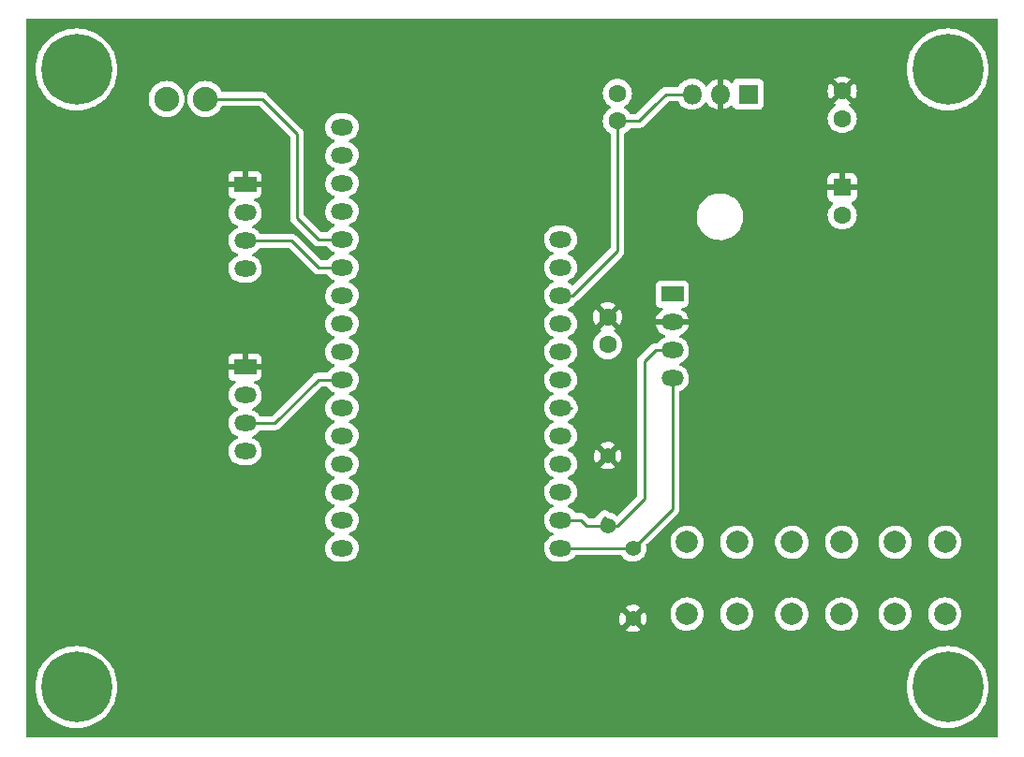
<source format=gbr>
%TF.GenerationSoftware,KiCad,Pcbnew,(5.99.0-3636-gf745036d8)*%
%TF.CreationDate,2020-10-30T20:07:45-04:00*%
%TF.ProjectId,waxMelter,7761784d-656c-4746-9572-2e6b69636164,rev?*%
%TF.SameCoordinates,Original*%
%TF.FileFunction,Copper,L1,Top*%
%TF.FilePolarity,Positive*%
%FSLAX46Y46*%
G04 Gerber Fmt 4.6, Leading zero omitted, Abs format (unit mm)*
G04 Created by KiCad (PCBNEW (5.99.0-3636-gf745036d8)) date 2020-10-30 20:07:45*
%MOMM*%
%LPD*%
G01*
G04 APERTURE LIST*
%TA.AperFunction,ComponentPad*%
%ADD10O,1.800000X1.800000*%
%TD*%
%TA.AperFunction,ComponentPad*%
%ADD11R,1.800000X1.800000*%
%TD*%
%TA.AperFunction,ComponentPad*%
%ADD12R,2.000000X1.440000*%
%TD*%
%TA.AperFunction,ComponentPad*%
%ADD13O,2.000000X1.440000*%
%TD*%
%TA.AperFunction,ComponentPad*%
%ADD14C,1.600000*%
%TD*%
%TA.AperFunction,ComponentPad*%
%ADD15C,6.400000*%
%TD*%
%TA.AperFunction,ComponentPad*%
%ADD16C,1.422400*%
%TD*%
%TA.AperFunction,ComponentPad*%
%ADD17R,1.600000X1.600000*%
%TD*%
%TA.AperFunction,ComponentPad*%
%ADD18C,2.235200*%
%TD*%
%TA.AperFunction,ComponentPad*%
%ADD19C,2.000000*%
%TD*%
%TA.AperFunction,Conductor*%
%ADD20C,0.250000*%
%TD*%
G04 APERTURE END LIST*
D10*
%TO.P,U1,3,VI*%
%TO.N,+5V*%
X111506000Y-61914667D03*
%TO.P,U1,2,VO*%
%TO.N,+3V3*%
X114046000Y-61914667D03*
D11*
%TO.P,U1,1,GND*%
%TO.N,GND*%
X116586000Y-61914667D03*
%TD*%
D12*
%TO.P,U4,1,V+*%
%TO.N,+3V3*%
X71120000Y-86614000D03*
D13*
%TO.P,U4,2,GND*%
%TO.N,GND*%
X71120000Y-89154000D03*
%TO.P,U4,3,OUT*%
%TO.N,SENSOR_1*%
X71120000Y-91694000D03*
%TO.P,U4,4,GND*%
%TO.N,GND*%
X71120000Y-94234000D03*
%TD*%
%TO.P,U2,1,BAT*%
%TO.N,Net-(U2-Pad1)*%
X99644200Y-75057000D03*
%TO.P,U2,2,EN*%
%TO.N,Net-(U2-Pad2)*%
X99644200Y-77597000D03*
%TO.P,U2,3,USB*%
%TO.N,+5V*%
X99644200Y-80137000D03*
%TO.P,U2,4,A12/GPIO13*%
%TO.N,Net-(U2-Pad4)*%
X99644200Y-82677000D03*
%TO.P,U2,5,A11/GPIO12*%
%TO.N,Net-(U2-Pad5)*%
X99644200Y-85217000D03*
%TO.P,U2,6,A10/GPIO27*%
%TO.N,Net-(SW1-Pad1)*%
X99644200Y-87757000D03*
%TO.P,U2,7,A9/GPIO33/32K*%
%TO.N,Net-(SW2-Pad1)*%
X99644200Y-90297000D03*
%TO.P,U2,8,A8/GPIO15*%
%TO.N,Net-(SW3-Pad1)*%
X99644200Y-92837000D03*
%TO.P,U2,9,A7/GPIO32/32K*%
%TO.N,Net-(U2-Pad9)*%
X99644200Y-95377000D03*
%TO.P,U2,10,A6/GPIO14*%
%TO.N,Net-(U2-Pad10)*%
X99644200Y-97917000D03*
%TO.P,U2,11,SCL*%
%TO.N,I2C_SCL*%
X99644200Y-100457000D03*
%TO.P,U2,12,SDA*%
%TO.N,I2C_SDA*%
X99644200Y-102997000D03*
%TO.P,U2,13,~RST*%
%TO.N,Net-(U2-Pad13)*%
X79883000Y-64897000D03*
%TO.P,U2,14,NC*%
%TO.N,Net-(U2-Pad14)*%
X79883000Y-67437000D03*
%TO.P,U2,15*%
%TO.N,N/C*%
X79883000Y-69977000D03*
%TO.P,U2,16,GND*%
%TO.N,GND*%
X79883000Y-72517000D03*
%TO.P,U2,17,A0/GPIO26*%
%TO.N,OUTLET_CTRL*%
X79883000Y-75057000D03*
%TO.P,U2,18,A1/GPIO25*%
%TO.N,SENSOR_0*%
X79883000Y-77597000D03*
%TO.P,U2,19,A2/GPI34*%
%TO.N,Net-(U2-Pad19)*%
X79883000Y-80137000D03*
%TO.P,U2,20,A3/GPI39*%
%TO.N,Net-(U2-Pad20)*%
X79883000Y-82677000D03*
%TO.P,U2,21,A4/GPI36*%
%TO.N,Net-(U2-Pad21)*%
X79883000Y-85217000D03*
%TO.P,U2,22,A5/GPIO4*%
%TO.N,SENSOR_1*%
X79883000Y-87757000D03*
%TO.P,U2,23,SCK*%
%TO.N,Net-(U2-Pad23)*%
X79883000Y-90297000D03*
%TO.P,U2,24,MO*%
%TO.N,Net-(U2-Pad24)*%
X79883000Y-92837000D03*
%TO.P,U2,25,MI*%
%TO.N,Net-(U2-Pad25)*%
X79883000Y-95377000D03*
%TO.P,U2,26,RX*%
%TO.N,Net-(U2-Pad26)*%
X79883000Y-97917000D03*
%TO.P,U2,27,TX*%
%TO.N,Net-(U2-Pad27)*%
X79883000Y-100457000D03*
%TO.P,U2,28,21*%
%TO.N,Net-(U2-Pad28)*%
X79883000Y-102997000D03*
%TD*%
D14*
%TO.P,C4,1*%
%TO.N,GND*%
X103886000Y-84582000D03*
%TO.P,C4,2*%
%TO.N,+3V3*%
X103886000Y-82082000D03*
%TD*%
D12*
%TO.P,U3,1,V+*%
%TO.N,+3V3*%
X71120000Y-70104000D03*
D13*
%TO.P,U3,2,GND*%
%TO.N,GND*%
X71120000Y-72644000D03*
%TO.P,U3,3,OUT*%
%TO.N,SENSOR_0*%
X71120000Y-75184000D03*
%TO.P,U3,4,GND*%
%TO.N,GND*%
X71120000Y-77724000D03*
%TD*%
D15*
%TO.P,,1*%
%TO.N,N/C*%
X55880000Y-115570000D03*
%TD*%
D14*
%TO.P,C2,1*%
%TO.N,+3V3*%
X125095000Y-61635000D03*
%TO.P,C2,2*%
%TO.N,GND*%
X125095000Y-64135000D03*
%TD*%
D16*
%TO.P,R1,1*%
%TO.N,+3V3*%
X103886000Y-94615000D03*
%TO.P,R1,2*%
%TO.N,I2C_SCL*%
X103886000Y-100965000D03*
%TD*%
D15*
%TO.P,,1*%
%TO.N,N/C*%
X134620000Y-59690000D03*
%TD*%
D16*
%TO.P,R2,1*%
%TO.N,+3V3*%
X106172000Y-109347000D03*
%TO.P,R2,2*%
%TO.N,I2C_SDA*%
X106172000Y-102997000D03*
%TD*%
D17*
%TO.P,C3,1*%
%TO.N,+3V3*%
X125095000Y-70358000D03*
D14*
%TO.P,C3,2*%
%TO.N,GND*%
X125095000Y-72858000D03*
%TD*%
%TO.P,C1,1*%
%TO.N,GND*%
X104775000Y-61849000D03*
%TO.P,C1,2*%
%TO.N,+5V*%
X104775000Y-64349000D03*
%TD*%
D15*
%TO.P,,1*%
%TO.N,N/C*%
X134620000Y-115570000D03*
%TD*%
%TO.P,,1*%
%TO.N,N/C*%
X55880000Y-59690000D03*
%TD*%
D18*
%TO.P,J1,1,Pin_1*%
%TO.N,OUTLET_CTRL*%
X67538600Y-62357000D03*
%TO.P,J1,2,Pin_2*%
%TO.N,GND*%
X64033400Y-62357000D03*
%TD*%
D19*
%TO.P,SW1,1,1*%
%TO.N,Net-(SW1-Pad1)*%
X134366000Y-102466000D03*
X134366000Y-108966000D03*
%TO.P,SW1,2,2*%
%TO.N,GND*%
X129866000Y-102466000D03*
X129866000Y-108966000D03*
%TD*%
%TO.P,SW2,1,1*%
%TO.N,Net-(SW2-Pad1)*%
X125040000Y-108966000D03*
X125040000Y-102466000D03*
%TO.P,SW2,2,2*%
%TO.N,GND*%
X120540000Y-102466000D03*
X120540000Y-108966000D03*
%TD*%
%TO.P,SW3,1,1*%
%TO.N,Net-(SW3-Pad1)*%
X115570000Y-108966000D03*
X115570000Y-102466000D03*
%TO.P,SW3,2,2*%
%TO.N,GND*%
X111070000Y-102466000D03*
X111070000Y-108966000D03*
%TD*%
D12*
%TO.P,OLED1,1,GND*%
%TO.N,GND*%
X109728000Y-80010000D03*
D13*
%TO.P,OLED1,2,VCC*%
%TO.N,+3V3*%
X109728000Y-82550000D03*
%TO.P,OLED1,3,SCL*%
%TO.N,I2C_SCL*%
X109728000Y-85090000D03*
%TO.P,OLED1,4,SDA*%
%TO.N,I2C_SDA*%
X109728000Y-87630000D03*
%TD*%
D20*
%TO.N,+5V*%
X104775000Y-64349000D02*
X106720000Y-64349000D01*
X99644200Y-80137000D02*
X100711000Y-80137000D01*
X109154333Y-61914667D02*
X111506000Y-61914667D01*
X108140500Y-62928500D02*
X108204000Y-62865000D01*
X106720000Y-64349000D02*
X108140500Y-62928500D01*
X104775000Y-75819000D02*
X104775000Y-64349000D01*
X104775000Y-76073000D02*
X104775000Y-75819000D01*
X108140500Y-62928500D02*
X109154333Y-61914667D01*
X100711000Y-80137000D02*
X104775000Y-76073000D01*
%TO.N,OUTLET_CTRL*%
X75819000Y-65532000D02*
X72644000Y-62357000D01*
X75819000Y-73152000D02*
X75819000Y-65532000D01*
X72644000Y-62357000D02*
X67538600Y-62357000D01*
X77724000Y-75057000D02*
X75819000Y-73152000D01*
X79883000Y-75057000D02*
X77724000Y-75057000D01*
%TO.N,I2C_SDA*%
X109728000Y-87630000D02*
X109728000Y-99441000D01*
X106172000Y-102997000D02*
X109728000Y-99441000D01*
X99644200Y-102997000D02*
X106172000Y-102997000D01*
%TO.N,I2C_SCL*%
X107188000Y-98552000D02*
X104775000Y-100965000D01*
X103886000Y-100965000D02*
X104775000Y-100965000D01*
X107188000Y-86106000D02*
X108204000Y-85090000D01*
X103378000Y-100457000D02*
X103632000Y-100203000D01*
X101981000Y-100965000D02*
X103886000Y-100965000D01*
X99644200Y-100457000D02*
X101473000Y-100457000D01*
X108204000Y-85090000D02*
X109728000Y-85090000D01*
X107188000Y-98552000D02*
X107188000Y-86106000D01*
X101473000Y-100457000D02*
X101981000Y-100965000D01*
%TO.N,Net-(SW2-Pad1)*%
X99644200Y-90297000D02*
X100584000Y-90297000D01*
%TO.N,SENSOR_1*%
X79883000Y-87757000D02*
X77724000Y-87757000D01*
X73787000Y-91694000D02*
X71120000Y-91694000D01*
X77724000Y-87757000D02*
X73787000Y-91694000D01*
%TO.N,SENSOR_0*%
X77724000Y-77597000D02*
X75311000Y-75184000D01*
X75311000Y-75184000D02*
X71120000Y-75184000D01*
X79883000Y-77597000D02*
X77724000Y-77597000D01*
%TD*%
%TA.AperFunction,Conductor*%
%TO.N,+3V3*%
G36*
X139191501Y-120141500D02*
G01*
X51308500Y-120141500D01*
X51308500Y-115570000D01*
X52167000Y-115570000D01*
X52187339Y-115958108D01*
X52248138Y-116341976D01*
X52348727Y-116717382D01*
X52488005Y-117080211D01*
X52488006Y-117080213D01*
X52664448Y-117426500D01*
X52876120Y-117752447D01*
X52876124Y-117752453D01*
X53120703Y-118054483D01*
X53395517Y-118329297D01*
X53697547Y-118573876D01*
X53697552Y-118573879D01*
X53697553Y-118573880D01*
X54023500Y-118785552D01*
X54369787Y-118961994D01*
X54369789Y-118961995D01*
X54732618Y-119101273D01*
X55108024Y-119201862D01*
X55491892Y-119262661D01*
X55880000Y-119283000D01*
X56268108Y-119262661D01*
X56651976Y-119201862D01*
X57027382Y-119101273D01*
X57390211Y-118961995D01*
X57390213Y-118961994D01*
X57736500Y-118785552D01*
X58062447Y-118573880D01*
X58062448Y-118573879D01*
X58062453Y-118573876D01*
X58364483Y-118329297D01*
X58639297Y-118054483D01*
X58883876Y-117752453D01*
X58883880Y-117752447D01*
X59095552Y-117426500D01*
X59271994Y-117080213D01*
X59271995Y-117080211D01*
X59411273Y-116717382D01*
X59511862Y-116341976D01*
X59572661Y-115958108D01*
X59593000Y-115570000D01*
X130907000Y-115570000D01*
X130927339Y-115958108D01*
X130988138Y-116341976D01*
X131088727Y-116717382D01*
X131228005Y-117080211D01*
X131228006Y-117080213D01*
X131404448Y-117426500D01*
X131616120Y-117752447D01*
X131616124Y-117752453D01*
X131860703Y-118054483D01*
X132135517Y-118329297D01*
X132437547Y-118573876D01*
X132437552Y-118573879D01*
X132437553Y-118573880D01*
X132763500Y-118785552D01*
X133109787Y-118961994D01*
X133109789Y-118961995D01*
X133472618Y-119101273D01*
X133848024Y-119201862D01*
X134231892Y-119262661D01*
X134620000Y-119283000D01*
X135008108Y-119262661D01*
X135391976Y-119201862D01*
X135767382Y-119101273D01*
X136130211Y-118961995D01*
X136130213Y-118961994D01*
X136476500Y-118785552D01*
X136802447Y-118573880D01*
X136802448Y-118573879D01*
X136802453Y-118573876D01*
X137104483Y-118329297D01*
X137379297Y-118054483D01*
X137623876Y-117752453D01*
X137623880Y-117752447D01*
X137835552Y-117426500D01*
X138011994Y-117080213D01*
X138011995Y-117080211D01*
X138151273Y-116717382D01*
X138251862Y-116341976D01*
X138312661Y-115958108D01*
X138333000Y-115570000D01*
X138312661Y-115181892D01*
X138251862Y-114798024D01*
X138151273Y-114422618D01*
X138011995Y-114059789D01*
X138011994Y-114059787D01*
X137835552Y-113713500D01*
X137623880Y-113387553D01*
X137623879Y-113387552D01*
X137623876Y-113387547D01*
X137379297Y-113085517D01*
X137104483Y-112810703D01*
X136802453Y-112566124D01*
X136802447Y-112566120D01*
X136476500Y-112354448D01*
X136130213Y-112178006D01*
X136130211Y-112178005D01*
X135767382Y-112038727D01*
X135391976Y-111938138D01*
X135008108Y-111877339D01*
X134620000Y-111857000D01*
X134231892Y-111877339D01*
X133848024Y-111938138D01*
X133472618Y-112038727D01*
X133109789Y-112178005D01*
X133109787Y-112178006D01*
X132763500Y-112354448D01*
X132437553Y-112566120D01*
X132437547Y-112566124D01*
X132135517Y-112810703D01*
X131860703Y-113085517D01*
X131616124Y-113387547D01*
X131616121Y-113387552D01*
X131616120Y-113387553D01*
X131404448Y-113713500D01*
X131228006Y-114059787D01*
X131228005Y-114059789D01*
X131088727Y-114422618D01*
X130988138Y-114798024D01*
X130927339Y-115181892D01*
X130907000Y-115570000D01*
X59593000Y-115570000D01*
X59572661Y-115181892D01*
X59511862Y-114798024D01*
X59411273Y-114422618D01*
X59271995Y-114059789D01*
X59271994Y-114059787D01*
X59095552Y-113713500D01*
X58883880Y-113387553D01*
X58883879Y-113387552D01*
X58883876Y-113387547D01*
X58639297Y-113085517D01*
X58364483Y-112810703D01*
X58062453Y-112566124D01*
X58062447Y-112566120D01*
X57736500Y-112354448D01*
X57390213Y-112178006D01*
X57390211Y-112178005D01*
X57027382Y-112038727D01*
X56651976Y-111938138D01*
X56268108Y-111877339D01*
X55880000Y-111857000D01*
X55491892Y-111877339D01*
X55108024Y-111938138D01*
X54732618Y-112038727D01*
X54369789Y-112178005D01*
X54369787Y-112178006D01*
X54023500Y-112354448D01*
X53697553Y-112566120D01*
X53697547Y-112566124D01*
X53395517Y-112810703D01*
X53120703Y-113085517D01*
X52876124Y-113387547D01*
X52876121Y-113387552D01*
X52876120Y-113387553D01*
X52664448Y-113713500D01*
X52488006Y-114059787D01*
X52488005Y-114059789D01*
X52348727Y-114422618D01*
X52248138Y-114798024D01*
X52187339Y-115181892D01*
X52167000Y-115570000D01*
X51308500Y-115570000D01*
X51308500Y-110370877D01*
X105507332Y-110370877D01*
X105650760Y-110454688D01*
X105855152Y-110529485D01*
X106069566Y-110566907D01*
X106287207Y-110565767D01*
X106501211Y-110526105D01*
X106704812Y-110449169D01*
X106836279Y-110370488D01*
X106172000Y-109706209D01*
X105507332Y-110370877D01*
X51308500Y-110370877D01*
X51308500Y-109423871D01*
X104950216Y-109423871D01*
X104983136Y-109639009D01*
X105053639Y-109844928D01*
X105147046Y-110012745D01*
X105812791Y-109347000D01*
X106531209Y-109347000D01*
X107197648Y-110013439D01*
X107295514Y-109833189D01*
X107363856Y-109626546D01*
X107394522Y-109411071D01*
X107396200Y-109346998D01*
X107376853Y-109130213D01*
X107360803Y-109071542D01*
X109560686Y-109071542D01*
X109596975Y-109311495D01*
X109628946Y-109411071D01*
X109649002Y-109473538D01*
X109671162Y-109542559D01*
X109781337Y-109758791D01*
X109835788Y-109833189D01*
X109924666Y-109954626D01*
X110097461Y-110125025D01*
X110295274Y-110265603D01*
X110295277Y-110265604D01*
X110295279Y-110265606D01*
X110513028Y-110372752D01*
X110745105Y-110443705D01*
X110985542Y-110476641D01*
X110985543Y-110476641D01*
X111228148Y-110470713D01*
X111466693Y-110426070D01*
X111695027Y-110343864D01*
X111907281Y-110226210D01*
X111947919Y-110194231D01*
X112097996Y-110076133D01*
X112262259Y-109897497D01*
X112395851Y-109694895D01*
X112495333Y-109473539D01*
X112558145Y-109239124D01*
X112575166Y-109071542D01*
X114060686Y-109071542D01*
X114096975Y-109311495D01*
X114128946Y-109411071D01*
X114149002Y-109473538D01*
X114171162Y-109542559D01*
X114281337Y-109758791D01*
X114335788Y-109833189D01*
X114424666Y-109954626D01*
X114597461Y-110125025D01*
X114795274Y-110265603D01*
X114795277Y-110265604D01*
X114795279Y-110265606D01*
X115013028Y-110372752D01*
X115245105Y-110443705D01*
X115485542Y-110476641D01*
X115485543Y-110476641D01*
X115728148Y-110470713D01*
X115966693Y-110426070D01*
X116195027Y-110343864D01*
X116407281Y-110226210D01*
X116447919Y-110194231D01*
X116597996Y-110076133D01*
X116762259Y-109897497D01*
X116895851Y-109694895D01*
X116995333Y-109473539D01*
X117058145Y-109239124D01*
X117075166Y-109071542D01*
X119030686Y-109071542D01*
X119066975Y-109311495D01*
X119098946Y-109411071D01*
X119119002Y-109473538D01*
X119141162Y-109542559D01*
X119251337Y-109758791D01*
X119305788Y-109833189D01*
X119394666Y-109954626D01*
X119567461Y-110125025D01*
X119765274Y-110265603D01*
X119765277Y-110265604D01*
X119765279Y-110265606D01*
X119983028Y-110372752D01*
X120215105Y-110443705D01*
X120455542Y-110476641D01*
X120455543Y-110476641D01*
X120698148Y-110470713D01*
X120936693Y-110426070D01*
X121165027Y-110343864D01*
X121377281Y-110226210D01*
X121417919Y-110194231D01*
X121567996Y-110076133D01*
X121732259Y-109897497D01*
X121865851Y-109694895D01*
X121965333Y-109473539D01*
X122028145Y-109239124D01*
X122045166Y-109071542D01*
X123530686Y-109071542D01*
X123566975Y-109311495D01*
X123598946Y-109411071D01*
X123619002Y-109473538D01*
X123641162Y-109542559D01*
X123751337Y-109758791D01*
X123805788Y-109833189D01*
X123894666Y-109954626D01*
X124067461Y-110125025D01*
X124265274Y-110265603D01*
X124265277Y-110265604D01*
X124265279Y-110265606D01*
X124483028Y-110372752D01*
X124715105Y-110443705D01*
X124955542Y-110476641D01*
X124955543Y-110476641D01*
X125198148Y-110470713D01*
X125436693Y-110426070D01*
X125665027Y-110343864D01*
X125877281Y-110226210D01*
X125917919Y-110194231D01*
X126067996Y-110076133D01*
X126232259Y-109897497D01*
X126365851Y-109694895D01*
X126465333Y-109473539D01*
X126528145Y-109239124D01*
X126545166Y-109071542D01*
X128356686Y-109071542D01*
X128392975Y-109311495D01*
X128424946Y-109411071D01*
X128445002Y-109473538D01*
X128467162Y-109542559D01*
X128577337Y-109758791D01*
X128631788Y-109833189D01*
X128720666Y-109954626D01*
X128893461Y-110125025D01*
X129091274Y-110265603D01*
X129091277Y-110265604D01*
X129091279Y-110265606D01*
X129309028Y-110372752D01*
X129541105Y-110443705D01*
X129781542Y-110476641D01*
X129781543Y-110476641D01*
X130024148Y-110470713D01*
X130262693Y-110426070D01*
X130491027Y-110343864D01*
X130703281Y-110226210D01*
X130743919Y-110194231D01*
X130893996Y-110076133D01*
X131058259Y-109897497D01*
X131191851Y-109694895D01*
X131291333Y-109473539D01*
X131354145Y-109239124D01*
X131371166Y-109071542D01*
X132856686Y-109071542D01*
X132892975Y-109311495D01*
X132924946Y-109411071D01*
X132945002Y-109473538D01*
X132967162Y-109542559D01*
X133077337Y-109758791D01*
X133131788Y-109833189D01*
X133220666Y-109954626D01*
X133393461Y-110125025D01*
X133591274Y-110265603D01*
X133591277Y-110265604D01*
X133591279Y-110265606D01*
X133809028Y-110372752D01*
X134041105Y-110443705D01*
X134281542Y-110476641D01*
X134281543Y-110476641D01*
X134524148Y-110470713D01*
X134762693Y-110426070D01*
X134991027Y-110343864D01*
X135203281Y-110226210D01*
X135243919Y-110194231D01*
X135393996Y-110076133D01*
X135558259Y-109897497D01*
X135691851Y-109694895D01*
X135791333Y-109473539D01*
X135854145Y-109239124D01*
X135878668Y-108997685D01*
X135879000Y-108965999D01*
X135859537Y-108724101D01*
X135859471Y-108723830D01*
X135826533Y-108589732D01*
X135801650Y-108488425D01*
X135706824Y-108265028D01*
X135577508Y-108059678D01*
X135417018Y-107877638D01*
X135229494Y-107723604D01*
X135229493Y-107723603D01*
X135229490Y-107723601D01*
X135019746Y-107601527D01*
X135019742Y-107601525D01*
X134793184Y-107514558D01*
X134636452Y-107481815D01*
X134555629Y-107464930D01*
X134474818Y-107461261D01*
X134313199Y-107453922D01*
X134313197Y-107453922D01*
X134072123Y-107481815D01*
X133838610Y-107547892D01*
X133618666Y-107650454D01*
X133417948Y-107786862D01*
X133321954Y-107877639D01*
X133241618Y-107953609D01*
X133094222Y-108146395D01*
X132979542Y-108360272D01*
X132900533Y-108589732D01*
X132859227Y-108828870D01*
X132859227Y-108828873D01*
X132856686Y-109071542D01*
X131371166Y-109071542D01*
X131378668Y-108997685D01*
X131379000Y-108965999D01*
X131359537Y-108724101D01*
X131359471Y-108723830D01*
X131326533Y-108589732D01*
X131301650Y-108488425D01*
X131206824Y-108265028D01*
X131077508Y-108059678D01*
X130917018Y-107877638D01*
X130729494Y-107723604D01*
X130729493Y-107723603D01*
X130729490Y-107723601D01*
X130519746Y-107601527D01*
X130519742Y-107601525D01*
X130293184Y-107514558D01*
X130136452Y-107481815D01*
X130055629Y-107464930D01*
X129974818Y-107461261D01*
X129813199Y-107453922D01*
X129813197Y-107453922D01*
X129572123Y-107481815D01*
X129338610Y-107547892D01*
X129118666Y-107650454D01*
X128917948Y-107786862D01*
X128821954Y-107877639D01*
X128741618Y-107953609D01*
X128594222Y-108146395D01*
X128479542Y-108360272D01*
X128400533Y-108589732D01*
X128359227Y-108828870D01*
X128359227Y-108828873D01*
X128356686Y-109071542D01*
X126545166Y-109071542D01*
X126552668Y-108997685D01*
X126553000Y-108965999D01*
X126533537Y-108724101D01*
X126533471Y-108723830D01*
X126500533Y-108589732D01*
X126475650Y-108488425D01*
X126380824Y-108265028D01*
X126251508Y-108059678D01*
X126091018Y-107877638D01*
X125903494Y-107723604D01*
X125903493Y-107723603D01*
X125903490Y-107723601D01*
X125693746Y-107601527D01*
X125693742Y-107601525D01*
X125467184Y-107514558D01*
X125310452Y-107481815D01*
X125229629Y-107464930D01*
X125148818Y-107461261D01*
X124987199Y-107453922D01*
X124987197Y-107453922D01*
X124746123Y-107481815D01*
X124512610Y-107547892D01*
X124292666Y-107650454D01*
X124091948Y-107786862D01*
X123995954Y-107877639D01*
X123915618Y-107953609D01*
X123768222Y-108146395D01*
X123653542Y-108360272D01*
X123574533Y-108589732D01*
X123533227Y-108828870D01*
X123533227Y-108828873D01*
X123530686Y-109071542D01*
X122045166Y-109071542D01*
X122052668Y-108997685D01*
X122053000Y-108965999D01*
X122033537Y-108724101D01*
X122033471Y-108723830D01*
X122000533Y-108589732D01*
X121975650Y-108488425D01*
X121880824Y-108265028D01*
X121751508Y-108059678D01*
X121591018Y-107877638D01*
X121403494Y-107723604D01*
X121403493Y-107723603D01*
X121403490Y-107723601D01*
X121193746Y-107601527D01*
X121193742Y-107601525D01*
X120967184Y-107514558D01*
X120810452Y-107481815D01*
X120729629Y-107464930D01*
X120648818Y-107461261D01*
X120487199Y-107453922D01*
X120487197Y-107453922D01*
X120246123Y-107481815D01*
X120012610Y-107547892D01*
X119792666Y-107650454D01*
X119591948Y-107786862D01*
X119495954Y-107877639D01*
X119415618Y-107953609D01*
X119268222Y-108146395D01*
X119153542Y-108360272D01*
X119074533Y-108589732D01*
X119033227Y-108828870D01*
X119033227Y-108828873D01*
X119030686Y-109071542D01*
X117075166Y-109071542D01*
X117082668Y-108997685D01*
X117083000Y-108965999D01*
X117063537Y-108724101D01*
X117063471Y-108723830D01*
X117030533Y-108589732D01*
X117005650Y-108488425D01*
X116910824Y-108265028D01*
X116781508Y-108059678D01*
X116621018Y-107877638D01*
X116433494Y-107723604D01*
X116433493Y-107723603D01*
X116433490Y-107723601D01*
X116223746Y-107601527D01*
X116223742Y-107601525D01*
X115997184Y-107514558D01*
X115840452Y-107481815D01*
X115759629Y-107464930D01*
X115678818Y-107461261D01*
X115517199Y-107453922D01*
X115517197Y-107453922D01*
X115276123Y-107481815D01*
X115042610Y-107547892D01*
X114822666Y-107650454D01*
X114621948Y-107786862D01*
X114525954Y-107877639D01*
X114445618Y-107953609D01*
X114298222Y-108146395D01*
X114183542Y-108360272D01*
X114104533Y-108589732D01*
X114063227Y-108828870D01*
X114063227Y-108828873D01*
X114060686Y-109071542D01*
X112575166Y-109071542D01*
X112582668Y-108997685D01*
X112583000Y-108965999D01*
X112563537Y-108724101D01*
X112563471Y-108723830D01*
X112530533Y-108589732D01*
X112505650Y-108488425D01*
X112410824Y-108265028D01*
X112281508Y-108059678D01*
X112121018Y-107877638D01*
X111933494Y-107723604D01*
X111933493Y-107723603D01*
X111933490Y-107723601D01*
X111723746Y-107601527D01*
X111723742Y-107601525D01*
X111497184Y-107514558D01*
X111340452Y-107481815D01*
X111259629Y-107464930D01*
X111178818Y-107461261D01*
X111017199Y-107453922D01*
X111017197Y-107453922D01*
X110776123Y-107481815D01*
X110542610Y-107547892D01*
X110322666Y-107650454D01*
X110121948Y-107786862D01*
X110025954Y-107877639D01*
X109945618Y-107953609D01*
X109798222Y-108146395D01*
X109683542Y-108360272D01*
X109604533Y-108589732D01*
X109563227Y-108828870D01*
X109563227Y-108828873D01*
X109560686Y-109071542D01*
X107360803Y-109071542D01*
X107319422Y-108920281D01*
X107225719Y-108723830D01*
X107195890Y-108682319D01*
X106531209Y-109347000D01*
X105812791Y-109347000D01*
X105148993Y-108683202D01*
X105081229Y-108791228D01*
X105000048Y-108993168D01*
X104955914Y-109206292D01*
X104950216Y-109423871D01*
X51308500Y-109423871D01*
X51308500Y-108321389D01*
X105505598Y-108321389D01*
X106172000Y-108987791D01*
X106835808Y-108323983D01*
X106761764Y-108274226D01*
X106562470Y-108186742D01*
X106350833Y-108135933D01*
X106133545Y-108123404D01*
X105917477Y-108149552D01*
X105709448Y-108213549D01*
X105516042Y-108313374D01*
X105505598Y-108321389D01*
X51308500Y-108321389D01*
X51308500Y-85893997D01*
X69607000Y-85893997D01*
X69607000Y-86360000D01*
X70866000Y-86360000D01*
X70866000Y-85381000D01*
X71374000Y-85381000D01*
X71374000Y-86360000D01*
X72633000Y-86360000D01*
X72633000Y-85893998D01*
X72586642Y-85680895D01*
X72507699Y-85558055D01*
X72397349Y-85462437D01*
X72264526Y-85401780D01*
X72120003Y-85381000D01*
X71374000Y-85381000D01*
X70866000Y-85381000D01*
X70119998Y-85381000D01*
X69906895Y-85427358D01*
X69784055Y-85506301D01*
X69688437Y-85616651D01*
X69627780Y-85749474D01*
X69607000Y-85893997D01*
X51308500Y-85893997D01*
X51308500Y-69383997D01*
X69607000Y-69383997D01*
X69607000Y-69850000D01*
X70866000Y-69850000D01*
X70866000Y-68871000D01*
X71374000Y-68871000D01*
X71374000Y-69850000D01*
X72633000Y-69850000D01*
X72633000Y-69383998D01*
X72586642Y-69170895D01*
X72507699Y-69048055D01*
X72397349Y-68952437D01*
X72264526Y-68891780D01*
X72120003Y-68871000D01*
X71374000Y-68871000D01*
X70866000Y-68871000D01*
X70119998Y-68871000D01*
X69906895Y-68917358D01*
X69784055Y-68996301D01*
X69688437Y-69106651D01*
X69627780Y-69239474D01*
X69607000Y-69383997D01*
X51308500Y-69383997D01*
X51308500Y-59690000D01*
X52167000Y-59690000D01*
X52187339Y-60078108D01*
X52248138Y-60461976D01*
X52348727Y-60837382D01*
X52488005Y-61200211D01*
X52488006Y-61200213D01*
X52664448Y-61546500D01*
X52863566Y-61853115D01*
X52876124Y-61872453D01*
X53120703Y-62174483D01*
X53395517Y-62449297D01*
X53697547Y-62693876D01*
X53697552Y-62693879D01*
X53697553Y-62693880D01*
X54023500Y-62905552D01*
X54267818Y-63030038D01*
X54369789Y-63081995D01*
X54732618Y-63221273D01*
X55108024Y-63321862D01*
X55491892Y-63382661D01*
X55880000Y-63403000D01*
X56268108Y-63382661D01*
X56651976Y-63321862D01*
X57027382Y-63221273D01*
X57390211Y-63081995D01*
X57492182Y-63030038D01*
X57736500Y-62905552D01*
X58062447Y-62693880D01*
X58062448Y-62693879D01*
X58062453Y-62693876D01*
X58364483Y-62449297D01*
X58456780Y-62357000D01*
X62402800Y-62357000D01*
X62422875Y-62612083D01*
X62482607Y-62860885D01*
X62580524Y-63097276D01*
X62622807Y-63166275D01*
X62714217Y-63315443D01*
X62880392Y-63510008D01*
X63074957Y-63676183D01*
X63181267Y-63741330D01*
X63293124Y-63809876D01*
X63529515Y-63907793D01*
X63778317Y-63967525D01*
X64033400Y-63987600D01*
X64288483Y-63967525D01*
X64537285Y-63907793D01*
X64773676Y-63809876D01*
X64885533Y-63741330D01*
X64991843Y-63676183D01*
X65186408Y-63510008D01*
X65352583Y-63315443D01*
X65443993Y-63166275D01*
X65486276Y-63097276D01*
X65584193Y-62860885D01*
X65643925Y-62612083D01*
X65660388Y-62402895D01*
X65676302Y-62361139D01*
X65892542Y-62361139D01*
X65911612Y-62402895D01*
X65928075Y-62612083D01*
X65987807Y-62860885D01*
X66085724Y-63097276D01*
X66128007Y-63166275D01*
X66219417Y-63315443D01*
X66385592Y-63510008D01*
X66580157Y-63676183D01*
X66686467Y-63741330D01*
X66798324Y-63809876D01*
X67034715Y-63907793D01*
X67283517Y-63967525D01*
X67538600Y-63987600D01*
X67793683Y-63967525D01*
X68042485Y-63907793D01*
X68278876Y-63809876D01*
X68390733Y-63741330D01*
X68497043Y-63676183D01*
X68691608Y-63510008D01*
X68857783Y-63315443D01*
X68991475Y-63097277D01*
X69035704Y-62990500D01*
X72381596Y-62990500D01*
X75185501Y-65794405D01*
X75185500Y-73082224D01*
X75183334Y-73091913D01*
X75185500Y-73160831D01*
X75185500Y-73191574D01*
X75186787Y-73201759D01*
X75188362Y-73251883D01*
X75196779Y-73280857D01*
X75200560Y-73310788D01*
X75219024Y-73357424D01*
X75233014Y-73405578D01*
X75246316Y-73428070D01*
X75248372Y-73431547D01*
X75259478Y-73459600D01*
X75288960Y-73500179D01*
X75314485Y-73543338D01*
X75314487Y-73543341D01*
X75314855Y-73543759D01*
X75335952Y-73564856D01*
X75353554Y-73589083D01*
X75391909Y-73620813D01*
X77226707Y-75455612D01*
X77232027Y-75463995D01*
X77282290Y-75511195D01*
X77304033Y-75532938D01*
X77312143Y-75539228D01*
X77348699Y-75573557D01*
X77375139Y-75588092D01*
X77393631Y-75602436D01*
X77398978Y-75606584D01*
X77445004Y-75626502D01*
X77488952Y-75650662D01*
X77518177Y-75658166D01*
X77545864Y-75670147D01*
X77595395Y-75677993D01*
X77643975Y-75690465D01*
X77644529Y-75690500D01*
X77674369Y-75690500D01*
X77703944Y-75695184D01*
X77753498Y-75690500D01*
X78541092Y-75690500D01*
X78578715Y-75739531D01*
X78695392Y-75891588D01*
X78857529Y-76039121D01*
X78857531Y-76039122D01*
X78857534Y-76039125D01*
X79043229Y-76155611D01*
X79172503Y-76207579D01*
X79228247Y-76251546D01*
X79251372Y-76318671D01*
X79234535Y-76387642D01*
X79179750Y-76438212D01*
X78975349Y-76535706D01*
X78865175Y-76614875D01*
X78797332Y-76663625D01*
X78721503Y-76741875D01*
X78644778Y-76821048D01*
X78596917Y-76892274D01*
X78549055Y-76963500D01*
X77986404Y-76963500D01*
X75808295Y-74785391D01*
X75802973Y-74777005D01*
X75787299Y-74762286D01*
X75752680Y-74729776D01*
X75730972Y-74708067D01*
X75730966Y-74708062D01*
X75722862Y-74701776D01*
X75686301Y-74667443D01*
X75679534Y-74663723D01*
X75659859Y-74652906D01*
X75636024Y-74634418D01*
X75636025Y-74634418D01*
X75636023Y-74634417D01*
X75590005Y-74614503D01*
X75546046Y-74590337D01*
X75516820Y-74582833D01*
X75489136Y-74570853D01*
X75439603Y-74563008D01*
X75391025Y-74550535D01*
X75390471Y-74550500D01*
X75360630Y-74550500D01*
X75331055Y-74545816D01*
X75281502Y-74550500D01*
X72461908Y-74550500D01*
X72329942Y-74378519D01*
X72307608Y-74349412D01*
X72145471Y-74201879D01*
X72145469Y-74201878D01*
X72145466Y-74201875D01*
X71959771Y-74085389D01*
X71830497Y-74033421D01*
X71774753Y-73989454D01*
X71751628Y-73922329D01*
X71768465Y-73853358D01*
X71823250Y-73802788D01*
X72027651Y-73705294D01*
X72189375Y-73589083D01*
X72205668Y-73577375D01*
X72358221Y-73419952D01*
X72480486Y-73238002D01*
X72568598Y-73037277D01*
X72568599Y-73037274D01*
X72619773Y-72824122D01*
X72632392Y-72605269D01*
X72617023Y-72478269D01*
X72606056Y-72387645D01*
X72541598Y-72178122D01*
X72441056Y-71983326D01*
X72307608Y-71809412D01*
X72145471Y-71661879D01*
X72145469Y-71661878D01*
X72145466Y-71661875D01*
X71998585Y-71569737D01*
X71951507Y-71516594D01*
X71940635Y-71446435D01*
X71969419Y-71381535D01*
X72028721Y-71342500D01*
X72065541Y-71337000D01*
X72120002Y-71337000D01*
X72333105Y-71290642D01*
X72455945Y-71211699D01*
X72551563Y-71101349D01*
X72612220Y-70968526D01*
X72633000Y-70824003D01*
X72633000Y-70358000D01*
X69607000Y-70358000D01*
X69607000Y-70824002D01*
X69653358Y-71037105D01*
X69732301Y-71159945D01*
X69842651Y-71255563D01*
X69975474Y-71316220D01*
X70119997Y-71337000D01*
X70170643Y-71337000D01*
X70238764Y-71357002D01*
X70285257Y-71410658D01*
X70295361Y-71480932D01*
X70265867Y-71545512D01*
X70224887Y-71576726D01*
X70212349Y-71582706D01*
X70073593Y-71682413D01*
X70034332Y-71710625D01*
X69881779Y-71868048D01*
X69759514Y-72049998D01*
X69693009Y-72201501D01*
X69671401Y-72250726D01*
X69620227Y-72463878D01*
X69607608Y-72682731D01*
X69609350Y-72697122D01*
X69633944Y-72900355D01*
X69698402Y-73109878D01*
X69798944Y-73304674D01*
X69932392Y-73478588D01*
X70094529Y-73626121D01*
X70094531Y-73626122D01*
X70094534Y-73626125D01*
X70280229Y-73742611D01*
X70409503Y-73794579D01*
X70465247Y-73838546D01*
X70488372Y-73905671D01*
X70471535Y-73974642D01*
X70416750Y-74025212D01*
X70212349Y-74122706D01*
X70073593Y-74222413D01*
X70034332Y-74250625D01*
X69881779Y-74408048D01*
X69759514Y-74589998D01*
X69671402Y-74790723D01*
X69671401Y-74790726D01*
X69620227Y-75003878D01*
X69607608Y-75222731D01*
X69609350Y-75237122D01*
X69633944Y-75440355D01*
X69698402Y-75649878D01*
X69798944Y-75844674D01*
X69932392Y-76018588D01*
X70094529Y-76166121D01*
X70094531Y-76166122D01*
X70094534Y-76166125D01*
X70280229Y-76282611D01*
X70409503Y-76334579D01*
X70465247Y-76378546D01*
X70488372Y-76445671D01*
X70471535Y-76514642D01*
X70416750Y-76565212D01*
X70212349Y-76662706D01*
X70073593Y-76762413D01*
X70034332Y-76790625D01*
X69881779Y-76948048D01*
X69759514Y-77129998D01*
X69759514Y-77129999D01*
X69671401Y-77330726D01*
X69620227Y-77543878D01*
X69607608Y-77762731D01*
X69609350Y-77777122D01*
X69633944Y-77980355D01*
X69698402Y-78189878D01*
X69798944Y-78384674D01*
X69932392Y-78558588D01*
X70094529Y-78706121D01*
X70094531Y-78706122D01*
X70094534Y-78706125D01*
X70280229Y-78822611D01*
X70483624Y-78904375D01*
X70698281Y-78948829D01*
X70753279Y-78952000D01*
X71456025Y-78952000D01*
X71618345Y-78937514D01*
X71829788Y-78879670D01*
X72027651Y-78785294D01*
X72184528Y-78672565D01*
X72205668Y-78657375D01*
X72358221Y-78499952D01*
X72480486Y-78318002D01*
X72568598Y-78117277D01*
X72577735Y-78079220D01*
X72619773Y-77904122D01*
X72632392Y-77685269D01*
X72617023Y-77558269D01*
X72606056Y-77467645D01*
X72541598Y-77258122D01*
X72441056Y-77063326D01*
X72307608Y-76889412D01*
X72145471Y-76741879D01*
X72145469Y-76741878D01*
X72145466Y-76741875D01*
X71959771Y-76625389D01*
X71830497Y-76573421D01*
X71774753Y-76529454D01*
X71751628Y-76462329D01*
X71768465Y-76393358D01*
X71823250Y-76342788D01*
X72027651Y-76245294D01*
X72198355Y-76122630D01*
X72205668Y-76117375D01*
X72301400Y-76018587D01*
X72358222Y-75959952D01*
X72406083Y-75888726D01*
X72453945Y-75817500D01*
X75048596Y-75817500D01*
X77226705Y-77995609D01*
X77232027Y-78003995D01*
X77282320Y-78051224D01*
X77304028Y-78072933D01*
X77304032Y-78072936D01*
X77304033Y-78072937D01*
X77312137Y-78079223D01*
X77348700Y-78113558D01*
X77375143Y-78128095D01*
X77391031Y-78140419D01*
X77398976Y-78146582D01*
X77429136Y-78159634D01*
X77444993Y-78166496D01*
X77487522Y-78189876D01*
X77488952Y-78190662D01*
X77518177Y-78198166D01*
X77545864Y-78210147D01*
X77595395Y-78217993D01*
X77643975Y-78230465D01*
X77644529Y-78230500D01*
X77674369Y-78230500D01*
X77703944Y-78235184D01*
X77753498Y-78230500D01*
X78541092Y-78230500D01*
X78608234Y-78318001D01*
X78695392Y-78431588D01*
X78857529Y-78579121D01*
X78857531Y-78579122D01*
X78857534Y-78579125D01*
X79043229Y-78695611D01*
X79172503Y-78747579D01*
X79228247Y-78791546D01*
X79251372Y-78858671D01*
X79234535Y-78927642D01*
X79179750Y-78978212D01*
X78975349Y-79075706D01*
X78865175Y-79154875D01*
X78797332Y-79203625D01*
X78644779Y-79361048D01*
X78522514Y-79542998D01*
X78522514Y-79542999D01*
X78434401Y-79743726D01*
X78401529Y-79880648D01*
X78383227Y-79956880D01*
X78370608Y-80175729D01*
X78396944Y-80393355D01*
X78461402Y-80602878D01*
X78561944Y-80797674D01*
X78695392Y-80971588D01*
X78857529Y-81119121D01*
X78857531Y-81119122D01*
X78857534Y-81119125D01*
X79043229Y-81235611D01*
X79172503Y-81287579D01*
X79228247Y-81331546D01*
X79251372Y-81398671D01*
X79234535Y-81467642D01*
X79179750Y-81518212D01*
X78975349Y-81615706D01*
X78865175Y-81694875D01*
X78797332Y-81743625D01*
X78644779Y-81901048D01*
X78522514Y-82082998D01*
X78522514Y-82082999D01*
X78434401Y-82283726D01*
X78383227Y-82496878D01*
X78370608Y-82715731D01*
X78381142Y-82802779D01*
X78396944Y-82933355D01*
X78461402Y-83142878D01*
X78561944Y-83337674D01*
X78695392Y-83511588D01*
X78857529Y-83659121D01*
X78857531Y-83659122D01*
X78857534Y-83659125D01*
X79043229Y-83775611D01*
X79172503Y-83827579D01*
X79228247Y-83871546D01*
X79251372Y-83938671D01*
X79234535Y-84007642D01*
X79179750Y-84058212D01*
X78975349Y-84155706D01*
X78836593Y-84255413D01*
X78797332Y-84283625D01*
X78644779Y-84441048D01*
X78522514Y-84622998D01*
X78434402Y-84823723D01*
X78434401Y-84823726D01*
X78384622Y-85031070D01*
X78383227Y-85036880D01*
X78371602Y-85238500D01*
X78370608Y-85255731D01*
X78372350Y-85270122D01*
X78396944Y-85473355D01*
X78461402Y-85682878D01*
X78561944Y-85877674D01*
X78695392Y-86051588D01*
X78857529Y-86199121D01*
X78857531Y-86199122D01*
X78857534Y-86199125D01*
X79043229Y-86315611D01*
X79172503Y-86367579D01*
X79228247Y-86411546D01*
X79251372Y-86478671D01*
X79234535Y-86547642D01*
X79179750Y-86598212D01*
X78975349Y-86695706D01*
X78836593Y-86795413D01*
X78797332Y-86823625D01*
X78754330Y-86868000D01*
X78644778Y-86981048D01*
X78607854Y-87035998D01*
X78549055Y-87123500D01*
X77793778Y-87123500D01*
X77784088Y-87121334D01*
X77784087Y-87121334D01*
X77715169Y-87123500D01*
X77684422Y-87123500D01*
X77674237Y-87124787D01*
X77636647Y-87125968D01*
X77624116Y-87126362D01*
X77595148Y-87134778D01*
X77565212Y-87138560D01*
X77541895Y-87147792D01*
X77518577Y-87157023D01*
X77486474Y-87166350D01*
X77470421Y-87171014D01*
X77444454Y-87186371D01*
X77430427Y-87191925D01*
X77416402Y-87197477D01*
X77416401Y-87197477D01*
X77416400Y-87197478D01*
X77375823Y-87226959D01*
X77332658Y-87252487D01*
X77332241Y-87252855D01*
X77311145Y-87273951D01*
X77286917Y-87291554D01*
X77255187Y-87329909D01*
X73524596Y-91060500D01*
X72461908Y-91060500D01*
X72352600Y-90918047D01*
X72307608Y-90859412D01*
X72145471Y-90711879D01*
X72145469Y-90711878D01*
X72145466Y-90711875D01*
X71959771Y-90595389D01*
X71830497Y-90543421D01*
X71774753Y-90499454D01*
X71751628Y-90432329D01*
X71768465Y-90363358D01*
X71823250Y-90312788D01*
X72027651Y-90215294D01*
X72205665Y-90087377D01*
X72205668Y-90087375D01*
X72358221Y-89929952D01*
X72480486Y-89748002D01*
X72568598Y-89547277D01*
X72574895Y-89521048D01*
X72619773Y-89334122D01*
X72632392Y-89115269D01*
X72616627Y-88985000D01*
X72606056Y-88897645D01*
X72541598Y-88688122D01*
X72441056Y-88493326D01*
X72307608Y-88319412D01*
X72145471Y-88171879D01*
X72145469Y-88171878D01*
X72145466Y-88171875D01*
X71998585Y-88079737D01*
X71951507Y-88026594D01*
X71940635Y-87956435D01*
X71969419Y-87891535D01*
X72028721Y-87852500D01*
X72065541Y-87847000D01*
X72120002Y-87847000D01*
X72333105Y-87800642D01*
X72455945Y-87721699D01*
X72551563Y-87611349D01*
X72612220Y-87478526D01*
X72633000Y-87334003D01*
X72633000Y-86868000D01*
X69607000Y-86868000D01*
X69607000Y-87334002D01*
X69653358Y-87547105D01*
X69732301Y-87669945D01*
X69842651Y-87765563D01*
X69975474Y-87826220D01*
X70119997Y-87847000D01*
X70170643Y-87847000D01*
X70238764Y-87867002D01*
X70285257Y-87920658D01*
X70295361Y-87990932D01*
X70265867Y-88055512D01*
X70224887Y-88086726D01*
X70212349Y-88092706D01*
X70102175Y-88171875D01*
X70034332Y-88220625D01*
X69881779Y-88378048D01*
X69759514Y-88559998D01*
X69685498Y-88728612D01*
X69671401Y-88760726D01*
X69622033Y-88966358D01*
X69620227Y-88973880D01*
X69607608Y-89192729D01*
X69633944Y-89410355D01*
X69698402Y-89619878D01*
X69798944Y-89814674D01*
X69932392Y-89988588D01*
X70094529Y-90136121D01*
X70094531Y-90136122D01*
X70094534Y-90136125D01*
X70280229Y-90252611D01*
X70409503Y-90304579D01*
X70465247Y-90348546D01*
X70488372Y-90415671D01*
X70471535Y-90484642D01*
X70416750Y-90535212D01*
X70212349Y-90632706D01*
X70102175Y-90711875D01*
X70034332Y-90760625D01*
X69881779Y-90918048D01*
X69759514Y-91099998D01*
X69745647Y-91131588D01*
X69671401Y-91300726D01*
X69622033Y-91506358D01*
X69620227Y-91513880D01*
X69607608Y-91732729D01*
X69633944Y-91950355D01*
X69698402Y-92159878D01*
X69798944Y-92354674D01*
X69932392Y-92528588D01*
X70094529Y-92676121D01*
X70094531Y-92676122D01*
X70094534Y-92676125D01*
X70280229Y-92792611D01*
X70409503Y-92844579D01*
X70465247Y-92888546D01*
X70488372Y-92955671D01*
X70471535Y-93024642D01*
X70416750Y-93075212D01*
X70212349Y-93172706D01*
X70102175Y-93251875D01*
X70034332Y-93300625D01*
X69881779Y-93458048D01*
X69759514Y-93639998D01*
X69745647Y-93671588D01*
X69671401Y-93840726D01*
X69622033Y-94046358D01*
X69620227Y-94053880D01*
X69607608Y-94272729D01*
X69633944Y-94490355D01*
X69698402Y-94699878D01*
X69798944Y-94894674D01*
X69932392Y-95068588D01*
X70094529Y-95216121D01*
X70094531Y-95216122D01*
X70094534Y-95216125D01*
X70280229Y-95332611D01*
X70483624Y-95414375D01*
X70698281Y-95458829D01*
X70753279Y-95462000D01*
X71456025Y-95462000D01*
X71618345Y-95447514D01*
X71829788Y-95389670D01*
X72027651Y-95295294D01*
X72205665Y-95167377D01*
X72205668Y-95167375D01*
X72358221Y-95009952D01*
X72480486Y-94828002D01*
X72568598Y-94627277D01*
X72568599Y-94627274D01*
X72619773Y-94414122D01*
X72632392Y-94195269D01*
X72616627Y-94065000D01*
X72606056Y-93977645D01*
X72541598Y-93768122D01*
X72441056Y-93573326D01*
X72307608Y-93399412D01*
X72145471Y-93251879D01*
X72145469Y-93251878D01*
X72145466Y-93251875D01*
X71959771Y-93135389D01*
X71830497Y-93083421D01*
X71774753Y-93039454D01*
X71751628Y-92972329D01*
X71768465Y-92903358D01*
X71823250Y-92852788D01*
X72027651Y-92755294D01*
X72205665Y-92627377D01*
X72205668Y-92627375D01*
X72301400Y-92528587D01*
X72358222Y-92469952D01*
X72406083Y-92398726D01*
X72453945Y-92327500D01*
X73717222Y-92327500D01*
X73726912Y-92329666D01*
X73726913Y-92329666D01*
X73795831Y-92327500D01*
X73826578Y-92327500D01*
X73836763Y-92326213D01*
X73874353Y-92325032D01*
X73886884Y-92324638D01*
X73915852Y-92316222D01*
X73945788Y-92312440D01*
X73992423Y-92293976D01*
X74040578Y-92279986D01*
X74066543Y-92264631D01*
X74094600Y-92253522D01*
X74094601Y-92253522D01*
X74094602Y-92253521D01*
X74135181Y-92224039D01*
X74178338Y-92198515D01*
X74178339Y-92198514D01*
X74178341Y-92198513D01*
X74178759Y-92198145D01*
X74199855Y-92177049D01*
X74224083Y-92159446D01*
X74255813Y-92121091D01*
X77986405Y-88390500D01*
X78541092Y-88390500D01*
X78597941Y-88464587D01*
X78695392Y-88591588D01*
X78857529Y-88739121D01*
X78857531Y-88739122D01*
X78857534Y-88739125D01*
X79043229Y-88855611D01*
X79172503Y-88907579D01*
X79228247Y-88951546D01*
X79251372Y-89018671D01*
X79234535Y-89087642D01*
X79179750Y-89138212D01*
X78975349Y-89235706D01*
X78838390Y-89334122D01*
X78797332Y-89363625D01*
X78644779Y-89521048D01*
X78522514Y-89702998D01*
X78473492Y-89814674D01*
X78434401Y-89903726D01*
X78383227Y-90116878D01*
X78370608Y-90335731D01*
X78374454Y-90367513D01*
X78396944Y-90553355D01*
X78461402Y-90762878D01*
X78561944Y-90957674D01*
X78695392Y-91131588D01*
X78857529Y-91279121D01*
X78857531Y-91279122D01*
X78857534Y-91279125D01*
X79043229Y-91395611D01*
X79172503Y-91447579D01*
X79228247Y-91491546D01*
X79251372Y-91558671D01*
X79234535Y-91627642D01*
X79179750Y-91678212D01*
X78975349Y-91775706D01*
X78865175Y-91854875D01*
X78797332Y-91903625D01*
X78644779Y-92061048D01*
X78522514Y-92242998D01*
X78473492Y-92354674D01*
X78434401Y-92443726D01*
X78383227Y-92656878D01*
X78370608Y-92875731D01*
X78374454Y-92907513D01*
X78396944Y-93093355D01*
X78461402Y-93302878D01*
X78561944Y-93497674D01*
X78695392Y-93671588D01*
X78857529Y-93819121D01*
X78857531Y-93819122D01*
X78857534Y-93819125D01*
X79043229Y-93935611D01*
X79172503Y-93987579D01*
X79228247Y-94031546D01*
X79251372Y-94098671D01*
X79234535Y-94167642D01*
X79179750Y-94218212D01*
X78975349Y-94315706D01*
X78838390Y-94414122D01*
X78797332Y-94443625D01*
X78644779Y-94601048D01*
X78522514Y-94782998D01*
X78434402Y-94983723D01*
X78434401Y-94983726D01*
X78383227Y-95196878D01*
X78382117Y-95216125D01*
X78370608Y-95415729D01*
X78396944Y-95633355D01*
X78461402Y-95842878D01*
X78561944Y-96037674D01*
X78695392Y-96211588D01*
X78857529Y-96359121D01*
X78857531Y-96359122D01*
X78857534Y-96359125D01*
X79043229Y-96475611D01*
X79172503Y-96527579D01*
X79228247Y-96571546D01*
X79251372Y-96638671D01*
X79234535Y-96707642D01*
X79179750Y-96758212D01*
X78975349Y-96855706D01*
X78865175Y-96934875D01*
X78797332Y-96983625D01*
X78644779Y-97141048D01*
X78522514Y-97322998D01*
X78522514Y-97322999D01*
X78434401Y-97523726D01*
X78401529Y-97660648D01*
X78383227Y-97736880D01*
X78370608Y-97955729D01*
X78396944Y-98173355D01*
X78461402Y-98382878D01*
X78561944Y-98577674D01*
X78695392Y-98751588D01*
X78857529Y-98899121D01*
X78857531Y-98899122D01*
X78857534Y-98899125D01*
X79043229Y-99015611D01*
X79172503Y-99067579D01*
X79228247Y-99111546D01*
X79251372Y-99178671D01*
X79234535Y-99247642D01*
X79179750Y-99298212D01*
X78975349Y-99395706D01*
X78843248Y-99490631D01*
X78797332Y-99523625D01*
X78644779Y-99681048D01*
X78522514Y-99862998D01*
X78434402Y-100063723D01*
X78434401Y-100063726D01*
X78383227Y-100276878D01*
X78380078Y-100331500D01*
X78370608Y-100495729D01*
X78396944Y-100713355D01*
X78461402Y-100922878D01*
X78561944Y-101117674D01*
X78695392Y-101291588D01*
X78857529Y-101439121D01*
X78857531Y-101439122D01*
X78857534Y-101439125D01*
X79043229Y-101555611D01*
X79172503Y-101607579D01*
X79228247Y-101651546D01*
X79251372Y-101718671D01*
X79234535Y-101787642D01*
X79179750Y-101838212D01*
X78975349Y-101935706D01*
X78865175Y-102014875D01*
X78797332Y-102063625D01*
X78644779Y-102221048D01*
X78522514Y-102402998D01*
X78448528Y-102571544D01*
X78434401Y-102603726D01*
X78383227Y-102816878D01*
X78370608Y-103035731D01*
X78373675Y-103061071D01*
X78396944Y-103253355D01*
X78461402Y-103462878D01*
X78561944Y-103657674D01*
X78695392Y-103831588D01*
X78857529Y-103979121D01*
X78857531Y-103979122D01*
X78857534Y-103979125D01*
X79043229Y-104095611D01*
X79246624Y-104177375D01*
X79461281Y-104221829D01*
X79516279Y-104225000D01*
X80219025Y-104225000D01*
X80381345Y-104210514D01*
X80592788Y-104152670D01*
X80790651Y-104058294D01*
X80968665Y-103930377D01*
X80968668Y-103930375D01*
X81121221Y-103772952D01*
X81243486Y-103591002D01*
X81331598Y-103390277D01*
X81331599Y-103390274D01*
X81382773Y-103177122D01*
X81395392Y-102958269D01*
X81384858Y-102871221D01*
X81369056Y-102740645D01*
X81304598Y-102531122D01*
X81204056Y-102336326D01*
X81070608Y-102162412D01*
X80908471Y-102014879D01*
X80908469Y-102014878D01*
X80908466Y-102014875D01*
X80722771Y-101898389D01*
X80593497Y-101846421D01*
X80537753Y-101802454D01*
X80514628Y-101735329D01*
X80531465Y-101666358D01*
X80586250Y-101615788D01*
X80790651Y-101518294D01*
X80968665Y-101390377D01*
X80968668Y-101390375D01*
X81121221Y-101232952D01*
X81243486Y-101051002D01*
X81331598Y-100850277D01*
X81331599Y-100850274D01*
X81382773Y-100637122D01*
X81395392Y-100418269D01*
X81378522Y-100278865D01*
X81369056Y-100200645D01*
X81304598Y-99991122D01*
X81204056Y-99796326D01*
X81070608Y-99622412D01*
X80908471Y-99474879D01*
X80908469Y-99474878D01*
X80908466Y-99474875D01*
X80722771Y-99358389D01*
X80593497Y-99306421D01*
X80537753Y-99262454D01*
X80514628Y-99195329D01*
X80531465Y-99126358D01*
X80586250Y-99075788D01*
X80790651Y-98978294D01*
X80968665Y-98850377D01*
X80968668Y-98850375D01*
X81121221Y-98692952D01*
X81243486Y-98511002D01*
X81331598Y-98310277D01*
X81336563Y-98289596D01*
X81382773Y-98097122D01*
X81395392Y-97878269D01*
X81384858Y-97791221D01*
X81369056Y-97660645D01*
X81304598Y-97451122D01*
X81204056Y-97256326D01*
X81070608Y-97082412D01*
X80908471Y-96934879D01*
X80908469Y-96934878D01*
X80908466Y-96934875D01*
X80722771Y-96818389D01*
X80593497Y-96766421D01*
X80537753Y-96722454D01*
X80514628Y-96655329D01*
X80531465Y-96586358D01*
X80586250Y-96535788D01*
X80790651Y-96438294D01*
X80968665Y-96310377D01*
X80968668Y-96310375D01*
X81121221Y-96152952D01*
X81243486Y-95971002D01*
X81331598Y-95770277D01*
X81331599Y-95770274D01*
X81382773Y-95557122D01*
X81395392Y-95338269D01*
X81384858Y-95251221D01*
X81369056Y-95120645D01*
X81304598Y-94911122D01*
X81204056Y-94716326D01*
X81070608Y-94542412D01*
X80908471Y-94394879D01*
X80908469Y-94394878D01*
X80908466Y-94394875D01*
X80722771Y-94278389D01*
X80593497Y-94226421D01*
X80537753Y-94182454D01*
X80514628Y-94115329D01*
X80531465Y-94046358D01*
X80586250Y-93995788D01*
X80790651Y-93898294D01*
X80968665Y-93770377D01*
X80968668Y-93770375D01*
X81121221Y-93612952D01*
X81243486Y-93431002D01*
X81331598Y-93230277D01*
X81354379Y-93135389D01*
X81382773Y-93017122D01*
X81391004Y-92874375D01*
X81395392Y-92798271D01*
X81369056Y-92580645D01*
X81304598Y-92371122D01*
X81204056Y-92176326D01*
X81070608Y-92002412D01*
X80908471Y-91854879D01*
X80908469Y-91854878D01*
X80908466Y-91854875D01*
X80722771Y-91738389D01*
X80593497Y-91686421D01*
X80537753Y-91642454D01*
X80514628Y-91575329D01*
X80531465Y-91506358D01*
X80586250Y-91455788D01*
X80790651Y-91358294D01*
X80968665Y-91230377D01*
X80968668Y-91230375D01*
X81121221Y-91072952D01*
X81243486Y-90891002D01*
X81331598Y-90690277D01*
X81331598Y-90690275D01*
X81331599Y-90690274D01*
X81382773Y-90477122D01*
X81391004Y-90334375D01*
X81395392Y-90258271D01*
X81369056Y-90040645D01*
X81304598Y-89831122D01*
X81204056Y-89636326D01*
X81070608Y-89462412D01*
X80908471Y-89314879D01*
X80908469Y-89314878D01*
X80908466Y-89314875D01*
X80722771Y-89198389D01*
X80593497Y-89146421D01*
X80537753Y-89102454D01*
X80514628Y-89035329D01*
X80531465Y-88966358D01*
X80586250Y-88915788D01*
X80790651Y-88818294D01*
X80947528Y-88705565D01*
X80968668Y-88690375D01*
X81121221Y-88532952D01*
X81243486Y-88351002D01*
X81331598Y-88150277D01*
X81331599Y-88150274D01*
X81382773Y-87937122D01*
X81395392Y-87718269D01*
X81380023Y-87591269D01*
X81369056Y-87500645D01*
X81304598Y-87291122D01*
X81204056Y-87096326D01*
X81070608Y-86922412D01*
X80908471Y-86774879D01*
X80908469Y-86774878D01*
X80908466Y-86774875D01*
X80722771Y-86658389D01*
X80593497Y-86606421D01*
X80537753Y-86562454D01*
X80514628Y-86495329D01*
X80531465Y-86426358D01*
X80586250Y-86375788D01*
X80790651Y-86278294D01*
X80947528Y-86165565D01*
X80968668Y-86150375D01*
X81121221Y-85992952D01*
X81243486Y-85811002D01*
X81331598Y-85610277D01*
X81331975Y-85608707D01*
X81382773Y-85397122D01*
X81395392Y-85178269D01*
X81380023Y-85051269D01*
X81369056Y-84960645D01*
X81304598Y-84751122D01*
X81204056Y-84556326D01*
X81070608Y-84382412D01*
X80908471Y-84234879D01*
X80908469Y-84234878D01*
X80908466Y-84234875D01*
X80722771Y-84118389D01*
X80593497Y-84066421D01*
X80537753Y-84022454D01*
X80514628Y-83955329D01*
X80531465Y-83886358D01*
X80586250Y-83835788D01*
X80790651Y-83738294D01*
X80968665Y-83610377D01*
X80968668Y-83610375D01*
X81121221Y-83452952D01*
X81243486Y-83271002D01*
X81331598Y-83070277D01*
X81362089Y-82943274D01*
X81382773Y-82857122D01*
X81395392Y-82638269D01*
X81382419Y-82531070D01*
X81369056Y-82420645D01*
X81304598Y-82211122D01*
X81204056Y-82016326D01*
X81070608Y-81842412D01*
X80908471Y-81694879D01*
X80908469Y-81694878D01*
X80908466Y-81694875D01*
X80722771Y-81578389D01*
X80593497Y-81526421D01*
X80537753Y-81482454D01*
X80514628Y-81415329D01*
X80531465Y-81346358D01*
X80586250Y-81295788D01*
X80790651Y-81198294D01*
X80968665Y-81070377D01*
X80968668Y-81070375D01*
X81121221Y-80912952D01*
X81243486Y-80731002D01*
X81331598Y-80530277D01*
X81331599Y-80530274D01*
X81382773Y-80317122D01*
X81395392Y-80098269D01*
X81384858Y-80011221D01*
X81369056Y-79880645D01*
X81304598Y-79671122D01*
X81204056Y-79476326D01*
X81070608Y-79302412D01*
X80908471Y-79154879D01*
X80908469Y-79154878D01*
X80908466Y-79154875D01*
X80722771Y-79038389D01*
X80593497Y-78986421D01*
X80537753Y-78942454D01*
X80514628Y-78875329D01*
X80531465Y-78806358D01*
X80586250Y-78755788D01*
X80790651Y-78658294D01*
X80968665Y-78530377D01*
X80968668Y-78530375D01*
X81121221Y-78372952D01*
X81243486Y-78191002D01*
X81331598Y-77990277D01*
X81333981Y-77980352D01*
X81382773Y-77777122D01*
X81395392Y-77558269D01*
X81384425Y-77467645D01*
X81369056Y-77340645D01*
X81304598Y-77131122D01*
X81204056Y-76936326D01*
X81070608Y-76762412D01*
X80908471Y-76614879D01*
X80908469Y-76614878D01*
X80908466Y-76614875D01*
X80722771Y-76498389D01*
X80593497Y-76446421D01*
X80537753Y-76402454D01*
X80514628Y-76335329D01*
X80531465Y-76266358D01*
X80586250Y-76215788D01*
X80790651Y-76118294D01*
X80968665Y-75990377D01*
X80968668Y-75990375D01*
X81121221Y-75832952D01*
X81243486Y-75651002D01*
X81331598Y-75450277D01*
X81333981Y-75440352D01*
X81382773Y-75237122D01*
X81390925Y-75095731D01*
X98131808Y-75095731D01*
X98142342Y-75182779D01*
X98158144Y-75313355D01*
X98222602Y-75522878D01*
X98323144Y-75717674D01*
X98456592Y-75891588D01*
X98618729Y-76039121D01*
X98618731Y-76039122D01*
X98618734Y-76039125D01*
X98804429Y-76155611D01*
X98933703Y-76207579D01*
X98989447Y-76251546D01*
X99012572Y-76318671D01*
X98995735Y-76387642D01*
X98940950Y-76438212D01*
X98736549Y-76535706D01*
X98626375Y-76614875D01*
X98558532Y-76663625D01*
X98405979Y-76821048D01*
X98283714Y-77002998D01*
X98227965Y-77129998D01*
X98195601Y-77203726D01*
X98162729Y-77340648D01*
X98144427Y-77416880D01*
X98131808Y-77635729D01*
X98158144Y-77853355D01*
X98222602Y-78062878D01*
X98323144Y-78257674D01*
X98456592Y-78431588D01*
X98618729Y-78579121D01*
X98618731Y-78579122D01*
X98618734Y-78579125D01*
X98804429Y-78695611D01*
X98933703Y-78747579D01*
X98989447Y-78791546D01*
X99012572Y-78858671D01*
X98995735Y-78927642D01*
X98940950Y-78978212D01*
X98736549Y-79075706D01*
X98626375Y-79154875D01*
X98558532Y-79203625D01*
X98405979Y-79361048D01*
X98283714Y-79542998D01*
X98283714Y-79542999D01*
X98195601Y-79743726D01*
X98162729Y-79880648D01*
X98144427Y-79956880D01*
X98131808Y-80175729D01*
X98158144Y-80393355D01*
X98222602Y-80602878D01*
X98323144Y-80797674D01*
X98456592Y-80971588D01*
X98618729Y-81119121D01*
X98618731Y-81119122D01*
X98618734Y-81119125D01*
X98804429Y-81235611D01*
X98933703Y-81287579D01*
X98989447Y-81331546D01*
X99012572Y-81398671D01*
X98995735Y-81467642D01*
X98940950Y-81518212D01*
X98736549Y-81615706D01*
X98626375Y-81694875D01*
X98558532Y-81743625D01*
X98405979Y-81901048D01*
X98283714Y-82082998D01*
X98283714Y-82082999D01*
X98195601Y-82283726D01*
X98144427Y-82496878D01*
X98131808Y-82715731D01*
X98142342Y-82802779D01*
X98158144Y-82933355D01*
X98222602Y-83142878D01*
X98323144Y-83337674D01*
X98456592Y-83511588D01*
X98618729Y-83659121D01*
X98618731Y-83659122D01*
X98618734Y-83659125D01*
X98804429Y-83775611D01*
X98933703Y-83827579D01*
X98989447Y-83871546D01*
X99012572Y-83938671D01*
X98995735Y-84007642D01*
X98940950Y-84058212D01*
X98736549Y-84155706D01*
X98597793Y-84255413D01*
X98558532Y-84283625D01*
X98405979Y-84441048D01*
X98283714Y-84622998D01*
X98195602Y-84823723D01*
X98195601Y-84823726D01*
X98145822Y-85031070D01*
X98144427Y-85036880D01*
X98132802Y-85238500D01*
X98131808Y-85255731D01*
X98133550Y-85270122D01*
X98158144Y-85473355D01*
X98222602Y-85682878D01*
X98323144Y-85877674D01*
X98456592Y-86051588D01*
X98618729Y-86199121D01*
X98618731Y-86199122D01*
X98618734Y-86199125D01*
X98804429Y-86315611D01*
X98933703Y-86367579D01*
X98989447Y-86411546D01*
X99012572Y-86478671D01*
X98995735Y-86547642D01*
X98940950Y-86598212D01*
X98736549Y-86695706D01*
X98597793Y-86795413D01*
X98558532Y-86823625D01*
X98405979Y-86981048D01*
X98283714Y-87162998D01*
X98210443Y-87329915D01*
X98195601Y-87363726D01*
X98144427Y-87576878D01*
X98131808Y-87795731D01*
X98138678Y-87852500D01*
X98158144Y-88013355D01*
X98222602Y-88222878D01*
X98323144Y-88417674D01*
X98456592Y-88591588D01*
X98618729Y-88739121D01*
X98618731Y-88739122D01*
X98618734Y-88739125D01*
X98804429Y-88855611D01*
X98933703Y-88907579D01*
X98989447Y-88951546D01*
X99012572Y-89018671D01*
X98995735Y-89087642D01*
X98940950Y-89138212D01*
X98736549Y-89235706D01*
X98599590Y-89334122D01*
X98558532Y-89363625D01*
X98405979Y-89521048D01*
X98283714Y-89702998D01*
X98234692Y-89814674D01*
X98195601Y-89903726D01*
X98144427Y-90116878D01*
X98131808Y-90335731D01*
X98135654Y-90367513D01*
X98158144Y-90553355D01*
X98222602Y-90762878D01*
X98323144Y-90957674D01*
X98456592Y-91131588D01*
X98618729Y-91279121D01*
X98618731Y-91279122D01*
X98618734Y-91279125D01*
X98804429Y-91395611D01*
X98933703Y-91447579D01*
X98989447Y-91491546D01*
X99012572Y-91558671D01*
X98995735Y-91627642D01*
X98940950Y-91678212D01*
X98736549Y-91775706D01*
X98626375Y-91854875D01*
X98558532Y-91903625D01*
X98405979Y-92061048D01*
X98283714Y-92242998D01*
X98234692Y-92354674D01*
X98195601Y-92443726D01*
X98144427Y-92656878D01*
X98131808Y-92875731D01*
X98135654Y-92907513D01*
X98158144Y-93093355D01*
X98222602Y-93302878D01*
X98323144Y-93497674D01*
X98456592Y-93671588D01*
X98618729Y-93819121D01*
X98618731Y-93819122D01*
X98618734Y-93819125D01*
X98804429Y-93935611D01*
X98933703Y-93987579D01*
X98989447Y-94031546D01*
X99012572Y-94098671D01*
X98995735Y-94167642D01*
X98940950Y-94218212D01*
X98736549Y-94315706D01*
X98599590Y-94414122D01*
X98558532Y-94443625D01*
X98405979Y-94601048D01*
X98283714Y-94782998D01*
X98195602Y-94983723D01*
X98195601Y-94983726D01*
X98144427Y-95196878D01*
X98143317Y-95216125D01*
X98131808Y-95415729D01*
X98158144Y-95633355D01*
X98222602Y-95842878D01*
X98323144Y-96037674D01*
X98456592Y-96211588D01*
X98618729Y-96359121D01*
X98618731Y-96359122D01*
X98618734Y-96359125D01*
X98804429Y-96475611D01*
X98933703Y-96527579D01*
X98989447Y-96571546D01*
X99012572Y-96638671D01*
X98995735Y-96707642D01*
X98940950Y-96758212D01*
X98736549Y-96855706D01*
X98626375Y-96934875D01*
X98558532Y-96983625D01*
X98405979Y-97141048D01*
X98283714Y-97322998D01*
X98283714Y-97322999D01*
X98195601Y-97523726D01*
X98162729Y-97660648D01*
X98144427Y-97736880D01*
X98131808Y-97955729D01*
X98158144Y-98173355D01*
X98222602Y-98382878D01*
X98323144Y-98577674D01*
X98456592Y-98751588D01*
X98618729Y-98899121D01*
X98618731Y-98899122D01*
X98618734Y-98899125D01*
X98804429Y-99015611D01*
X98933703Y-99067579D01*
X98989447Y-99111546D01*
X99012572Y-99178671D01*
X98995735Y-99247642D01*
X98940950Y-99298212D01*
X98736549Y-99395706D01*
X98604448Y-99490631D01*
X98558532Y-99523625D01*
X98405979Y-99681048D01*
X98283714Y-99862998D01*
X98195602Y-100063723D01*
X98195601Y-100063726D01*
X98144427Y-100276878D01*
X98141278Y-100331500D01*
X98131808Y-100495729D01*
X98158144Y-100713355D01*
X98222602Y-100922878D01*
X98323144Y-101117674D01*
X98456592Y-101291588D01*
X98618729Y-101439121D01*
X98618731Y-101439122D01*
X98618734Y-101439125D01*
X98804429Y-101555611D01*
X98933703Y-101607579D01*
X98989447Y-101651546D01*
X99012572Y-101718671D01*
X98995735Y-101787642D01*
X98940950Y-101838212D01*
X98736549Y-101935706D01*
X98626375Y-102014875D01*
X98558532Y-102063625D01*
X98405979Y-102221048D01*
X98283714Y-102402998D01*
X98209728Y-102571544D01*
X98195601Y-102603726D01*
X98144427Y-102816878D01*
X98131808Y-103035731D01*
X98134875Y-103061071D01*
X98158144Y-103253355D01*
X98222602Y-103462878D01*
X98323144Y-103657674D01*
X98456592Y-103831588D01*
X98618729Y-103979121D01*
X98618731Y-103979122D01*
X98618734Y-103979125D01*
X98804429Y-104095611D01*
X99007824Y-104177375D01*
X99222481Y-104221829D01*
X99277479Y-104225000D01*
X99980225Y-104225000D01*
X100142545Y-104210514D01*
X100353988Y-104152670D01*
X100551851Y-104058294D01*
X100729865Y-103930377D01*
X100729868Y-103930375D01*
X100825600Y-103831587D01*
X100882422Y-103772952D01*
X100941454Y-103685102D01*
X100978145Y-103630500D01*
X105114798Y-103630500D01*
X105159486Y-103685098D01*
X105159488Y-103685102D01*
X105297343Y-103853528D01*
X105387322Y-103930377D01*
X105462845Y-103994880D01*
X105556803Y-104049784D01*
X105650761Y-104104689D01*
X105855154Y-104179486D01*
X106069562Y-104216907D01*
X106069566Y-104216907D01*
X106287207Y-104215767D01*
X106501211Y-104176105D01*
X106647412Y-104120859D01*
X106704810Y-104099170D01*
X106891567Y-103987399D01*
X106903899Y-103976641D01*
X107055577Y-103844324D01*
X107055946Y-103843864D01*
X107191662Y-103674462D01*
X107295515Y-103483188D01*
X107329685Y-103379868D01*
X107363856Y-103276546D01*
X107394522Y-103061071D01*
X107396200Y-102996998D01*
X107376852Y-102780210D01*
X107357058Y-102707846D01*
X107493362Y-102571542D01*
X109560686Y-102571542D01*
X109596975Y-102811495D01*
X109598704Y-102816880D01*
X109668970Y-103035731D01*
X109671162Y-103042559D01*
X109781337Y-103258791D01*
X109841945Y-103341601D01*
X109924666Y-103454626D01*
X110097461Y-103625025D01*
X110295274Y-103765603D01*
X110295277Y-103765604D01*
X110295279Y-103765606D01*
X110513028Y-103872752D01*
X110745105Y-103943705D01*
X110985542Y-103976641D01*
X110985543Y-103976641D01*
X111228148Y-103970713D01*
X111466693Y-103926070D01*
X111695027Y-103843864D01*
X111907281Y-103726210D01*
X112028907Y-103630500D01*
X112097996Y-103576133D01*
X112262259Y-103397497D01*
X112395851Y-103194895D01*
X112403840Y-103177120D01*
X112464315Y-103042557D01*
X112495333Y-102973539D01*
X112558145Y-102739124D01*
X112575166Y-102571542D01*
X114060686Y-102571542D01*
X114096975Y-102811495D01*
X114098704Y-102816880D01*
X114168970Y-103035731D01*
X114171162Y-103042559D01*
X114281337Y-103258791D01*
X114341945Y-103341601D01*
X114424666Y-103454626D01*
X114597461Y-103625025D01*
X114795274Y-103765603D01*
X114795277Y-103765604D01*
X114795279Y-103765606D01*
X115013028Y-103872752D01*
X115245105Y-103943705D01*
X115485542Y-103976641D01*
X115485543Y-103976641D01*
X115728148Y-103970713D01*
X115966693Y-103926070D01*
X116195027Y-103843864D01*
X116407281Y-103726210D01*
X116528907Y-103630500D01*
X116597996Y-103576133D01*
X116762259Y-103397497D01*
X116895851Y-103194895D01*
X116903840Y-103177120D01*
X116964315Y-103042557D01*
X116995333Y-102973539D01*
X117058145Y-102739124D01*
X117075166Y-102571542D01*
X119030686Y-102571542D01*
X119066975Y-102811495D01*
X119068704Y-102816880D01*
X119138970Y-103035731D01*
X119141162Y-103042559D01*
X119251337Y-103258791D01*
X119311945Y-103341601D01*
X119394666Y-103454626D01*
X119567461Y-103625025D01*
X119765274Y-103765603D01*
X119765277Y-103765604D01*
X119765279Y-103765606D01*
X119983028Y-103872752D01*
X120215105Y-103943705D01*
X120455542Y-103976641D01*
X120455543Y-103976641D01*
X120698148Y-103970713D01*
X120936693Y-103926070D01*
X121165027Y-103843864D01*
X121377281Y-103726210D01*
X121498907Y-103630500D01*
X121567996Y-103576133D01*
X121732259Y-103397497D01*
X121865851Y-103194895D01*
X121873840Y-103177120D01*
X121934315Y-103042557D01*
X121965333Y-102973539D01*
X122028145Y-102739124D01*
X122045166Y-102571542D01*
X123530686Y-102571542D01*
X123566975Y-102811495D01*
X123568704Y-102816880D01*
X123638970Y-103035731D01*
X123641162Y-103042559D01*
X123751337Y-103258791D01*
X123811945Y-103341601D01*
X123894666Y-103454626D01*
X124067461Y-103625025D01*
X124265274Y-103765603D01*
X124265277Y-103765604D01*
X124265279Y-103765606D01*
X124483028Y-103872752D01*
X124715105Y-103943705D01*
X124955542Y-103976641D01*
X124955543Y-103976641D01*
X125198148Y-103970713D01*
X125436693Y-103926070D01*
X125665027Y-103843864D01*
X125877281Y-103726210D01*
X125998907Y-103630500D01*
X126067996Y-103576133D01*
X126232259Y-103397497D01*
X126365851Y-103194895D01*
X126373840Y-103177120D01*
X126434315Y-103042557D01*
X126465333Y-102973539D01*
X126528145Y-102739124D01*
X126545166Y-102571542D01*
X128356686Y-102571542D01*
X128392975Y-102811495D01*
X128394704Y-102816880D01*
X128464970Y-103035731D01*
X128467162Y-103042559D01*
X128577337Y-103258791D01*
X128637945Y-103341601D01*
X128720666Y-103454626D01*
X128893461Y-103625025D01*
X129091274Y-103765603D01*
X129091277Y-103765604D01*
X129091279Y-103765606D01*
X129309028Y-103872752D01*
X129541105Y-103943705D01*
X129781542Y-103976641D01*
X129781543Y-103976641D01*
X130024148Y-103970713D01*
X130262693Y-103926070D01*
X130491027Y-103843864D01*
X130703281Y-103726210D01*
X130824907Y-103630500D01*
X130893996Y-103576133D01*
X131058259Y-103397497D01*
X131191851Y-103194895D01*
X131199840Y-103177120D01*
X131260315Y-103042557D01*
X131291333Y-102973539D01*
X131354145Y-102739124D01*
X131371166Y-102571542D01*
X132856686Y-102571542D01*
X132892975Y-102811495D01*
X132894704Y-102816880D01*
X132964970Y-103035731D01*
X132967162Y-103042559D01*
X133077337Y-103258791D01*
X133137945Y-103341601D01*
X133220666Y-103454626D01*
X133393461Y-103625025D01*
X133591274Y-103765603D01*
X133591277Y-103765604D01*
X133591279Y-103765606D01*
X133809028Y-103872752D01*
X134041105Y-103943705D01*
X134281542Y-103976641D01*
X134281543Y-103976641D01*
X134524148Y-103970713D01*
X134762693Y-103926070D01*
X134991027Y-103843864D01*
X135203281Y-103726210D01*
X135324907Y-103630500D01*
X135393996Y-103576133D01*
X135558259Y-103397497D01*
X135691851Y-103194895D01*
X135699840Y-103177120D01*
X135760315Y-103042557D01*
X135791333Y-102973539D01*
X135854145Y-102739124D01*
X135878668Y-102497685D01*
X135879000Y-102465999D01*
X135865419Y-102297200D01*
X135859537Y-102224100D01*
X135828041Y-102095870D01*
X135801650Y-101988425D01*
X135706824Y-101765028D01*
X135577508Y-101559678D01*
X135417018Y-101377638D01*
X135229494Y-101223604D01*
X135229493Y-101223603D01*
X135229490Y-101223601D01*
X135019746Y-101101527D01*
X135019742Y-101101525D01*
X134793184Y-101014558D01*
X134636452Y-100981815D01*
X134555629Y-100964930D01*
X134474818Y-100961261D01*
X134313199Y-100953922D01*
X134313197Y-100953922D01*
X134072123Y-100981815D01*
X133838610Y-101047892D01*
X133618666Y-101150454D01*
X133417948Y-101286862D01*
X133241622Y-101453605D01*
X133241618Y-101453609D01*
X133094222Y-101646395D01*
X132979542Y-101860272D01*
X132900533Y-102089732D01*
X132859227Y-102328870D01*
X132859227Y-102328873D01*
X132856686Y-102571542D01*
X131371166Y-102571542D01*
X131378668Y-102497685D01*
X131379000Y-102465999D01*
X131365419Y-102297200D01*
X131359537Y-102224100D01*
X131328041Y-102095870D01*
X131301650Y-101988425D01*
X131206824Y-101765028D01*
X131077508Y-101559678D01*
X130917018Y-101377638D01*
X130729494Y-101223604D01*
X130729493Y-101223603D01*
X130729490Y-101223601D01*
X130519746Y-101101527D01*
X130519742Y-101101525D01*
X130293184Y-101014558D01*
X130136452Y-100981815D01*
X130055629Y-100964930D01*
X129974818Y-100961261D01*
X129813199Y-100953922D01*
X129813197Y-100953922D01*
X129572123Y-100981815D01*
X129338610Y-101047892D01*
X129118666Y-101150454D01*
X128917948Y-101286862D01*
X128741622Y-101453605D01*
X128741618Y-101453609D01*
X128594222Y-101646395D01*
X128479542Y-101860272D01*
X128400533Y-102089732D01*
X128359227Y-102328870D01*
X128359227Y-102328873D01*
X128356686Y-102571542D01*
X126545166Y-102571542D01*
X126552668Y-102497685D01*
X126553000Y-102465999D01*
X126539419Y-102297200D01*
X126533537Y-102224100D01*
X126502041Y-102095870D01*
X126475650Y-101988425D01*
X126380824Y-101765028D01*
X126251508Y-101559678D01*
X126091018Y-101377638D01*
X125903494Y-101223604D01*
X125903493Y-101223603D01*
X125903490Y-101223601D01*
X125693746Y-101101527D01*
X125693742Y-101101525D01*
X125467184Y-101014558D01*
X125310452Y-100981815D01*
X125229629Y-100964930D01*
X125148818Y-100961261D01*
X124987199Y-100953922D01*
X124987197Y-100953922D01*
X124746123Y-100981815D01*
X124512610Y-101047892D01*
X124292666Y-101150454D01*
X124091948Y-101286862D01*
X123915622Y-101453605D01*
X123915618Y-101453609D01*
X123768222Y-101646395D01*
X123653542Y-101860272D01*
X123574533Y-102089732D01*
X123533227Y-102328870D01*
X123533227Y-102328873D01*
X123530686Y-102571542D01*
X122045166Y-102571542D01*
X122052668Y-102497685D01*
X122053000Y-102465999D01*
X122039419Y-102297200D01*
X122033537Y-102224100D01*
X122002041Y-102095870D01*
X121975650Y-101988425D01*
X121880824Y-101765028D01*
X121751508Y-101559678D01*
X121591018Y-101377638D01*
X121403494Y-101223604D01*
X121403493Y-101223603D01*
X121403490Y-101223601D01*
X121193746Y-101101527D01*
X121193742Y-101101525D01*
X120967184Y-101014558D01*
X120810452Y-100981815D01*
X120729629Y-100964930D01*
X120648818Y-100961261D01*
X120487199Y-100953922D01*
X120487197Y-100953922D01*
X120246123Y-100981815D01*
X120012610Y-101047892D01*
X119792666Y-101150454D01*
X119591948Y-101286862D01*
X119415622Y-101453605D01*
X119415618Y-101453609D01*
X119268222Y-101646395D01*
X119153542Y-101860272D01*
X119074533Y-102089732D01*
X119033227Y-102328870D01*
X119033227Y-102328873D01*
X119030686Y-102571542D01*
X117075166Y-102571542D01*
X117082668Y-102497685D01*
X117083000Y-102465999D01*
X117069419Y-102297200D01*
X117063537Y-102224100D01*
X117032041Y-102095870D01*
X117005650Y-101988425D01*
X116910824Y-101765028D01*
X116781508Y-101559678D01*
X116621018Y-101377638D01*
X116433494Y-101223604D01*
X116433493Y-101223603D01*
X116433490Y-101223601D01*
X116223746Y-101101527D01*
X116223742Y-101101525D01*
X115997184Y-101014558D01*
X115840452Y-100981815D01*
X115759629Y-100964930D01*
X115678818Y-100961261D01*
X115517199Y-100953922D01*
X115517197Y-100953922D01*
X115276123Y-100981815D01*
X115042610Y-101047892D01*
X114822666Y-101150454D01*
X114621948Y-101286862D01*
X114445622Y-101453605D01*
X114445618Y-101453609D01*
X114298222Y-101646395D01*
X114183542Y-101860272D01*
X114104533Y-102089732D01*
X114063227Y-102328870D01*
X114063227Y-102328873D01*
X114060686Y-102571542D01*
X112575166Y-102571542D01*
X112582668Y-102497685D01*
X112583000Y-102465999D01*
X112569419Y-102297200D01*
X112563537Y-102224100D01*
X112532041Y-102095870D01*
X112505650Y-101988425D01*
X112410824Y-101765028D01*
X112281508Y-101559678D01*
X112121018Y-101377638D01*
X111933494Y-101223604D01*
X111933493Y-101223603D01*
X111933490Y-101223601D01*
X111723746Y-101101527D01*
X111723742Y-101101525D01*
X111497184Y-101014558D01*
X111340452Y-100981815D01*
X111259629Y-100964930D01*
X111178818Y-100961261D01*
X111017199Y-100953922D01*
X111017197Y-100953922D01*
X110776123Y-100981815D01*
X110542610Y-101047892D01*
X110322666Y-101150454D01*
X110121948Y-101286862D01*
X109945622Y-101453605D01*
X109945618Y-101453609D01*
X109798222Y-101646395D01*
X109683542Y-101860272D01*
X109604533Y-102089732D01*
X109563227Y-102328870D01*
X109563227Y-102328873D01*
X109560686Y-102571542D01*
X107493362Y-102571542D01*
X110126609Y-99938295D01*
X110134995Y-99932973D01*
X110182224Y-99882680D01*
X110203933Y-99860972D01*
X110207919Y-99855833D01*
X110210223Y-99852863D01*
X110244557Y-99816301D01*
X110244558Y-99816300D01*
X110259095Y-99789857D01*
X110277581Y-99766025D01*
X110277582Y-99766024D01*
X110297498Y-99720003D01*
X110310783Y-99695838D01*
X110321663Y-99676047D01*
X110329165Y-99646827D01*
X110341147Y-99619137D01*
X110348992Y-99569604D01*
X110361465Y-99521025D01*
X110361500Y-99520469D01*
X110361500Y-99490630D01*
X110366184Y-99461056D01*
X110361500Y-99411508D01*
X110361500Y-88822057D01*
X110635651Y-88691294D01*
X110813665Y-88563377D01*
X110813668Y-88563375D01*
X110966221Y-88405952D01*
X111088486Y-88224002D01*
X111176598Y-88023277D01*
X111182587Y-87998331D01*
X111227773Y-87810122D01*
X111240392Y-87591269D01*
X111226748Y-87478526D01*
X111214056Y-87373645D01*
X111149598Y-87164122D01*
X111049056Y-86969326D01*
X110915608Y-86795412D01*
X110753471Y-86647879D01*
X110753469Y-86647878D01*
X110753466Y-86647875D01*
X110567771Y-86531389D01*
X110438497Y-86479421D01*
X110382753Y-86435454D01*
X110359628Y-86368329D01*
X110376465Y-86299358D01*
X110431250Y-86248788D01*
X110635651Y-86151294D01*
X110813665Y-86023377D01*
X110813668Y-86023375D01*
X110966221Y-85865952D01*
X111088486Y-85684002D01*
X111176598Y-85483277D01*
X111178981Y-85473352D01*
X111227773Y-85270122D01*
X111240392Y-85051269D01*
X111214056Y-84833648D01*
X111214056Y-84833645D01*
X111149598Y-84624122D01*
X111049056Y-84429326D01*
X110915608Y-84255412D01*
X110753471Y-84107879D01*
X110753469Y-84107878D01*
X110753466Y-84107875D01*
X110567771Y-83991389D01*
X110438497Y-83939421D01*
X110382753Y-83895454D01*
X110359628Y-83828329D01*
X110376465Y-83759358D01*
X110431250Y-83708788D01*
X110635651Y-83611294D01*
X110813665Y-83483377D01*
X110966220Y-83325953D01*
X111088486Y-83144001D01*
X111176599Y-82943274D01*
X111210036Y-82804000D01*
X109981999Y-82803999D01*
X109981999Y-82804000D01*
X108241659Y-82803999D01*
X108241944Y-82806354D01*
X108306402Y-83015876D01*
X108406944Y-83210673D01*
X108540392Y-83384587D01*
X108702534Y-83532125D01*
X108888229Y-83648611D01*
X109017503Y-83700579D01*
X109073247Y-83744546D01*
X109096372Y-83811671D01*
X109079535Y-83880642D01*
X109024750Y-83931212D01*
X108820349Y-84028706D01*
X108710175Y-84107875D01*
X108642332Y-84156625D01*
X108566503Y-84234875D01*
X108489778Y-84314048D01*
X108441917Y-84385274D01*
X108394055Y-84456500D01*
X108273778Y-84456500D01*
X108264088Y-84454334D01*
X108264087Y-84454334D01*
X108195169Y-84456500D01*
X108164422Y-84456500D01*
X108154237Y-84457787D01*
X108104116Y-84459362D01*
X108075145Y-84467778D01*
X108051301Y-84470791D01*
X108045211Y-84471560D01*
X107998575Y-84490024D01*
X107977491Y-84496150D01*
X107950421Y-84504014D01*
X107924454Y-84519371D01*
X107914785Y-84523199D01*
X107896399Y-84530478D01*
X107855823Y-84559958D01*
X107818554Y-84582000D01*
X107812658Y-84585487D01*
X107812240Y-84585855D01*
X107791143Y-84606952D01*
X107766917Y-84624553D01*
X107735187Y-84662908D01*
X106789389Y-85608707D01*
X106786920Y-85610274D01*
X106781004Y-85614028D01*
X106733793Y-85664303D01*
X106712066Y-85686029D01*
X106712063Y-85686033D01*
X106712062Y-85686034D01*
X106705771Y-85694144D01*
X106671444Y-85730699D01*
X106656911Y-85757135D01*
X106638417Y-85780977D01*
X106625424Y-85811002D01*
X106618499Y-85827004D01*
X106594338Y-85870953D01*
X106592613Y-85877673D01*
X106588165Y-85895000D01*
X106586837Y-85900171D01*
X106574853Y-85927865D01*
X106567007Y-85977401D01*
X106554536Y-86025976D01*
X106554501Y-86026529D01*
X106554501Y-86056363D01*
X106552005Y-86072125D01*
X106549816Y-86085945D01*
X106554501Y-86135507D01*
X106554500Y-98289596D01*
X104744813Y-100099283D01*
X104656413Y-100013617D01*
X104475766Y-99892226D01*
X104404555Y-99860967D01*
X104276470Y-99804742D01*
X104276466Y-99804741D01*
X104086394Y-99759108D01*
X103990889Y-99674910D01*
X103848282Y-99602247D01*
X103692091Y-99567334D01*
X103692088Y-99567334D01*
X103532116Y-99572362D01*
X103378421Y-99617014D01*
X103378420Y-99617015D01*
X103378419Y-99617015D01*
X103278601Y-99676048D01*
X103240659Y-99698487D01*
X103240241Y-99698855D01*
X102902058Y-100037038D01*
X102828417Y-100131976D01*
X102742076Y-100331500D01*
X102243404Y-100331500D01*
X101970295Y-100058391D01*
X101964973Y-100050005D01*
X101951165Y-100037038D01*
X101914680Y-100002776D01*
X101892972Y-99981067D01*
X101892966Y-99981062D01*
X101884862Y-99974776D01*
X101848301Y-99940443D01*
X101834713Y-99932973D01*
X101821859Y-99925906D01*
X101798024Y-99907418D01*
X101798025Y-99907418D01*
X101798023Y-99907417D01*
X101752005Y-99887503D01*
X101708046Y-99863337D01*
X101678820Y-99855833D01*
X101651136Y-99843853D01*
X101601603Y-99836008D01*
X101553025Y-99823535D01*
X101552471Y-99823500D01*
X101522630Y-99823500D01*
X101493055Y-99818816D01*
X101443502Y-99823500D01*
X100986108Y-99823500D01*
X100850542Y-99646827D01*
X100831808Y-99622412D01*
X100669671Y-99474879D01*
X100669669Y-99474878D01*
X100669666Y-99474875D01*
X100483971Y-99358389D01*
X100354697Y-99306421D01*
X100298953Y-99262454D01*
X100275828Y-99195329D01*
X100292665Y-99126358D01*
X100347450Y-99075788D01*
X100551851Y-98978294D01*
X100729865Y-98850377D01*
X100729868Y-98850375D01*
X100882421Y-98692952D01*
X101004686Y-98511002D01*
X101092798Y-98310277D01*
X101097763Y-98289596D01*
X101143973Y-98097122D01*
X101156592Y-97878269D01*
X101146058Y-97791221D01*
X101130256Y-97660645D01*
X101065798Y-97451122D01*
X100965256Y-97256326D01*
X100831808Y-97082412D01*
X100669671Y-96934879D01*
X100669669Y-96934878D01*
X100669666Y-96934875D01*
X100483971Y-96818389D01*
X100354697Y-96766421D01*
X100298953Y-96722454D01*
X100275828Y-96655329D01*
X100292665Y-96586358D01*
X100347450Y-96535788D01*
X100551851Y-96438294D01*
X100729865Y-96310377D01*
X100729868Y-96310375D01*
X100882421Y-96152952D01*
X101004686Y-95971002D01*
X101092798Y-95770277D01*
X101092799Y-95770274D01*
X101124345Y-95638877D01*
X103221332Y-95638877D01*
X103364760Y-95722688D01*
X103569152Y-95797485D01*
X103783566Y-95834907D01*
X104001207Y-95833767D01*
X104215211Y-95794105D01*
X104418812Y-95717169D01*
X104550279Y-95638488D01*
X103886000Y-94974209D01*
X103221332Y-95638877D01*
X101124345Y-95638877D01*
X101143973Y-95557122D01*
X101156592Y-95338269D01*
X101146058Y-95251221D01*
X101130256Y-95120645D01*
X101065798Y-94911122D01*
X100965256Y-94716326D01*
X100946492Y-94691871D01*
X102664216Y-94691871D01*
X102697136Y-94907009D01*
X102767639Y-95112928D01*
X102861046Y-95280745D01*
X103526791Y-94615000D01*
X104245209Y-94615000D01*
X104911648Y-95281439D01*
X105009514Y-95101189D01*
X105077856Y-94894546D01*
X105108522Y-94679071D01*
X105110200Y-94614998D01*
X105090853Y-94398213D01*
X105033422Y-94188281D01*
X104939719Y-93991830D01*
X104909890Y-93950319D01*
X104245209Y-94615000D01*
X103526791Y-94615000D01*
X102862993Y-93951202D01*
X102795229Y-94059228D01*
X102714048Y-94261168D01*
X102669914Y-94474292D01*
X102664216Y-94691871D01*
X100946492Y-94691871D01*
X100831808Y-94542412D01*
X100669671Y-94394879D01*
X100669669Y-94394878D01*
X100669666Y-94394875D01*
X100483971Y-94278389D01*
X100354697Y-94226421D01*
X100298953Y-94182454D01*
X100275828Y-94115329D01*
X100292665Y-94046358D01*
X100347450Y-93995788D01*
X100551851Y-93898294D01*
X100729865Y-93770377D01*
X100729868Y-93770375D01*
X100882421Y-93612952D01*
X100898254Y-93589389D01*
X103219598Y-93589389D01*
X103886000Y-94255791D01*
X104549808Y-93591983D01*
X104475764Y-93542226D01*
X104276470Y-93454742D01*
X104064833Y-93403933D01*
X103847545Y-93391404D01*
X103631477Y-93417552D01*
X103423448Y-93481549D01*
X103230042Y-93581374D01*
X103219598Y-93589389D01*
X100898254Y-93589389D01*
X101004686Y-93431002D01*
X101092798Y-93230277D01*
X101115579Y-93135389D01*
X101143973Y-93017122D01*
X101152204Y-92874375D01*
X101156592Y-92798271D01*
X101130256Y-92580645D01*
X101065798Y-92371122D01*
X100965256Y-92176326D01*
X100831808Y-92002412D01*
X100669671Y-91854879D01*
X100669669Y-91854878D01*
X100669666Y-91854875D01*
X100483971Y-91738389D01*
X100354697Y-91686421D01*
X100298953Y-91642454D01*
X100275828Y-91575329D01*
X100292665Y-91506358D01*
X100347450Y-91455788D01*
X100551851Y-91358294D01*
X100729865Y-91230377D01*
X100729868Y-91230375D01*
X100882421Y-91072952D01*
X101004686Y-90891002D01*
X101004687Y-90891001D01*
X101092799Y-90690275D01*
X101095253Y-90680049D01*
X101097709Y-90669822D01*
X101123102Y-90639127D01*
X101191251Y-90494306D01*
X101221240Y-90337091D01*
X101211191Y-90177358D01*
X101161732Y-90025139D01*
X101091384Y-89914289D01*
X101073669Y-89856708D01*
X101065798Y-89831122D01*
X100965256Y-89636326D01*
X100831808Y-89462412D01*
X100669671Y-89314879D01*
X100669669Y-89314878D01*
X100669666Y-89314875D01*
X100483971Y-89198389D01*
X100354697Y-89146421D01*
X100298953Y-89102454D01*
X100275828Y-89035329D01*
X100292665Y-88966358D01*
X100347450Y-88915788D01*
X100551851Y-88818294D01*
X100708728Y-88705565D01*
X100729868Y-88690375D01*
X100882421Y-88532952D01*
X101004686Y-88351002D01*
X101092798Y-88150277D01*
X101092799Y-88150274D01*
X101143973Y-87937122D01*
X101156592Y-87718269D01*
X101141223Y-87591269D01*
X101130256Y-87500645D01*
X101065798Y-87291122D01*
X100965256Y-87096326D01*
X100831808Y-86922412D01*
X100669671Y-86774879D01*
X100669669Y-86774878D01*
X100669666Y-86774875D01*
X100483971Y-86658389D01*
X100354697Y-86606421D01*
X100298953Y-86562454D01*
X100275828Y-86495329D01*
X100292665Y-86426358D01*
X100347450Y-86375788D01*
X100551851Y-86278294D01*
X100708728Y-86165565D01*
X100729868Y-86150375D01*
X100882421Y-85992952D01*
X101004686Y-85811002D01*
X101092798Y-85610277D01*
X101093175Y-85608707D01*
X101143973Y-85397122D01*
X101156592Y-85178269D01*
X101141223Y-85051269D01*
X101130256Y-84960645D01*
X101065798Y-84751122D01*
X100978508Y-84582000D01*
X102573000Y-84582000D01*
X102592947Y-84810000D01*
X102652184Y-85031072D01*
X102713703Y-85163001D01*
X102748908Y-85238499D01*
X102771051Y-85270122D01*
X102859978Y-85397122D01*
X102880187Y-85425984D01*
X103042016Y-85587813D01*
X103042019Y-85587815D01*
X103042020Y-85587816D01*
X103071857Y-85608708D01*
X103229501Y-85719092D01*
X103294657Y-85749474D01*
X103436928Y-85815816D01*
X103658000Y-85875053D01*
X103886000Y-85895000D01*
X104114000Y-85875053D01*
X104335072Y-85815816D01*
X104477343Y-85749474D01*
X104542499Y-85719092D01*
X104700143Y-85608708D01*
X104729980Y-85587816D01*
X104729981Y-85587815D01*
X104729984Y-85587813D01*
X104891813Y-85425984D01*
X104912023Y-85397122D01*
X105000949Y-85270122D01*
X105023092Y-85238499D01*
X105058297Y-85163001D01*
X105119816Y-85031072D01*
X105179053Y-84810000D01*
X105199000Y-84582000D01*
X105179053Y-84354000D01*
X105119816Y-84132928D01*
X105054180Y-83992171D01*
X105023092Y-83925501D01*
X104943387Y-83811671D01*
X104891816Y-83738020D01*
X104891815Y-83738019D01*
X104891813Y-83738016D01*
X104729984Y-83576187D01*
X104533470Y-83438586D01*
X104534670Y-83436873D01*
X104491971Y-83399275D01*
X104472512Y-83330998D01*
X104493055Y-83263038D01*
X104534605Y-83227035D01*
X104533470Y-83225414D01*
X104613891Y-83169102D01*
X103886000Y-82441210D01*
X103158109Y-83169102D01*
X103238530Y-83225414D01*
X103237330Y-83227127D01*
X103280029Y-83264725D01*
X103299488Y-83333002D01*
X103278945Y-83400962D01*
X103237395Y-83436965D01*
X103238530Y-83438586D01*
X103042016Y-83576187D01*
X102880187Y-83738016D01*
X102880185Y-83738019D01*
X102880184Y-83738020D01*
X102828613Y-83811671D01*
X102748908Y-83925501D01*
X102717820Y-83992171D01*
X102652184Y-84132928D01*
X102592947Y-84354000D01*
X102573000Y-84582000D01*
X100978508Y-84582000D01*
X100965256Y-84556326D01*
X100831808Y-84382412D01*
X100669671Y-84234879D01*
X100669669Y-84234878D01*
X100669666Y-84234875D01*
X100483971Y-84118389D01*
X100354697Y-84066421D01*
X100298953Y-84022454D01*
X100275828Y-83955329D01*
X100292665Y-83886358D01*
X100347450Y-83835788D01*
X100551851Y-83738294D01*
X100729865Y-83610377D01*
X100729868Y-83610375D01*
X100882421Y-83452952D01*
X101004686Y-83271002D01*
X101092798Y-83070277D01*
X101123289Y-82943274D01*
X101143973Y-82857122D01*
X101156592Y-82638269D01*
X101143619Y-82531070D01*
X101130256Y-82420645D01*
X101065798Y-82211122D01*
X100999153Y-82082000D01*
X102573001Y-82082000D01*
X102592948Y-82310004D01*
X102652184Y-82531070D01*
X102748908Y-82738499D01*
X102798898Y-82809891D01*
X103526790Y-82082000D01*
X104245210Y-82082000D01*
X104973102Y-82809891D01*
X105023092Y-82738499D01*
X105119816Y-82531070D01*
X105179052Y-82310004D01*
X105198999Y-82082000D01*
X105179052Y-81853996D01*
X105119816Y-81632930D01*
X105023092Y-81425501D01*
X104973102Y-81354109D01*
X104245210Y-82082000D01*
X103526790Y-82082000D01*
X102798898Y-81354109D01*
X102748908Y-81425501D01*
X102652184Y-81632930D01*
X102592948Y-81853996D01*
X102573001Y-82082000D01*
X100999153Y-82082000D01*
X100965256Y-82016326D01*
X100831808Y-81842412D01*
X100669671Y-81694879D01*
X100669669Y-81694878D01*
X100669666Y-81694875D01*
X100483971Y-81578389D01*
X100354697Y-81526421D01*
X100298953Y-81482454D01*
X100275828Y-81415329D01*
X100292665Y-81346358D01*
X100347450Y-81295788D01*
X100551851Y-81198294D01*
X100729865Y-81070377D01*
X100729868Y-81070375D01*
X100803010Y-80994898D01*
X103158109Y-80994898D01*
X103886000Y-81722790D01*
X104613891Y-80994898D01*
X104542499Y-80944908D01*
X104335070Y-80848184D01*
X104114004Y-80788948D01*
X103886000Y-80769001D01*
X103657996Y-80788948D01*
X103436930Y-80848184D01*
X103229501Y-80944908D01*
X103158109Y-80994898D01*
X100803010Y-80994898D01*
X100882421Y-80912952D01*
X101004686Y-80731002D01*
X101005126Y-80730000D01*
X101020395Y-80695218D01*
X101059178Y-80667040D01*
X101102338Y-80641515D01*
X101102339Y-80641514D01*
X101102341Y-80641513D01*
X101102759Y-80641145D01*
X101123855Y-80620049D01*
X101148083Y-80602446D01*
X101179813Y-80564091D01*
X102453907Y-79289997D01*
X108215000Y-79289997D01*
X108215000Y-80730002D01*
X108246440Y-80874529D01*
X108261359Y-80943108D01*
X108340300Y-81065944D01*
X108450651Y-81161563D01*
X108583471Y-81222220D01*
X108655736Y-81232610D01*
X108727997Y-81243000D01*
X108778643Y-81243000D01*
X108846764Y-81263002D01*
X108893257Y-81316658D01*
X108903361Y-81386932D01*
X108873867Y-81451512D01*
X108832887Y-81482726D01*
X108820349Y-81488706D01*
X108642335Y-81616623D01*
X108489780Y-81774047D01*
X108367514Y-81955999D01*
X108279401Y-82156726D01*
X108245964Y-82296000D01*
X109474001Y-82296001D01*
X109474001Y-82296000D01*
X111214341Y-82296001D01*
X111214056Y-82293646D01*
X111149598Y-82084124D01*
X111049056Y-81889327D01*
X110915608Y-81715413D01*
X110753466Y-81567875D01*
X110606585Y-81475737D01*
X110559507Y-81422594D01*
X110548635Y-81352435D01*
X110577419Y-81287535D01*
X110636721Y-81248500D01*
X110673541Y-81243000D01*
X110728002Y-81243000D01*
X110941105Y-81196642D01*
X110941106Y-81196641D01*
X110941108Y-81196641D01*
X111063944Y-81117700D01*
X111159563Y-81007349D01*
X111220220Y-80874529D01*
X111240856Y-80731002D01*
X111241000Y-80730003D01*
X111241000Y-79289998D01*
X111194642Y-79076895D01*
X111194641Y-79076894D01*
X111194641Y-79076892D01*
X111115700Y-78954056D01*
X111102311Y-78942454D01*
X111005349Y-78858437D01*
X110872529Y-78797780D01*
X110800265Y-78787390D01*
X110728003Y-78777000D01*
X108727998Y-78777000D01*
X108514895Y-78823358D01*
X108514894Y-78823359D01*
X108514892Y-78823359D01*
X108392056Y-78902300D01*
X108296437Y-79012651D01*
X108235780Y-79145471D01*
X108227419Y-79203623D01*
X108215000Y-79289997D01*
X102453907Y-79289997D01*
X105173614Y-76570291D01*
X105181994Y-76564973D01*
X105229185Y-76514720D01*
X105250938Y-76492967D01*
X105257230Y-76484855D01*
X105291557Y-76448301D01*
X105306092Y-76421861D01*
X105324583Y-76398023D01*
X105324584Y-76398022D01*
X105344502Y-76351996D01*
X105368661Y-76308049D01*
X105368662Y-76308048D01*
X105376166Y-76278823D01*
X105388147Y-76251136D01*
X105394240Y-76212669D01*
X105395993Y-76201605D01*
X105408465Y-76153025D01*
X105408500Y-76152471D01*
X105408500Y-76122631D01*
X105413184Y-76093056D01*
X105408500Y-76043502D01*
X105408500Y-72992543D01*
X111933116Y-72992543D01*
X111949661Y-73279494D01*
X111974398Y-73405576D01*
X112004999Y-73561552D01*
X112098103Y-73833487D01*
X112227252Y-74090272D01*
X112337459Y-74250623D01*
X112390056Y-74327152D01*
X112463665Y-74408047D01*
X112583501Y-74539746D01*
X112657004Y-74601204D01*
X112804014Y-74724124D01*
X113047495Y-74876859D01*
X113309471Y-74995146D01*
X113585062Y-75076779D01*
X113869191Y-75120257D01*
X114156586Y-75124771D01*
X114441937Y-75090240D01*
X114719961Y-75017302D01*
X114985512Y-74907307D01*
X115233686Y-74762286D01*
X115459872Y-74584934D01*
X115659900Y-74378520D01*
X115659901Y-74378519D01*
X115830065Y-74146869D01*
X115967216Y-73894268D01*
X116068816Y-73625391D01*
X116113212Y-73431547D01*
X116132986Y-73345211D01*
X116158537Y-73058918D01*
X116159000Y-73014665D01*
X116139450Y-72727901D01*
X116134914Y-72705994D01*
X116084775Y-72463880D01*
X116081164Y-72446442D01*
X116067880Y-72408930D01*
X115985216Y-72175494D01*
X115853385Y-71920076D01*
X115688109Y-71684913D01*
X115492448Y-71474356D01*
X115270021Y-71292302D01*
X115249256Y-71279577D01*
X115024950Y-71142121D01*
X114788427Y-71038295D01*
X114761753Y-71026586D01*
X114761752Y-71026586D01*
X114761748Y-71026584D01*
X114485320Y-70947841D01*
X114314578Y-70923542D01*
X114200752Y-70907342D01*
X114009133Y-70906339D01*
X113913325Y-70905837D01*
X113913324Y-70905837D01*
X113878839Y-70910377D01*
X113628348Y-70943354D01*
X113351109Y-71019198D01*
X113306337Y-71038295D01*
X113086718Y-71131970D01*
X113086714Y-71131972D01*
X112840084Y-71279577D01*
X112615761Y-71459294D01*
X112417903Y-71667793D01*
X112250177Y-71901208D01*
X112115679Y-72155228D01*
X112098746Y-72201500D01*
X112016899Y-72425159D01*
X112005319Y-72478271D01*
X111960741Y-72682729D01*
X111955668Y-72705994D01*
X111933877Y-72982878D01*
X111933116Y-72992543D01*
X105408500Y-72992543D01*
X105408500Y-70611999D01*
X123782000Y-70611999D01*
X123782000Y-71158002D01*
X123828358Y-71371105D01*
X123907301Y-71493945D01*
X124017651Y-71589563D01*
X124150473Y-71650220D01*
X124165805Y-71652425D01*
X124230385Y-71681919D01*
X124268768Y-71741645D01*
X124268767Y-71812642D01*
X124236966Y-71866237D01*
X124089187Y-72014016D01*
X124089185Y-72014019D01*
X124089184Y-72014020D01*
X124036785Y-72088854D01*
X123957908Y-72201501D01*
X123930329Y-72260645D01*
X123861184Y-72408928D01*
X123801947Y-72630000D01*
X123782000Y-72858000D01*
X123801947Y-73086000D01*
X123861184Y-73307072D01*
X123922703Y-73439001D01*
X123957908Y-73514499D01*
X124089187Y-73701984D01*
X124251016Y-73863813D01*
X124251019Y-73863815D01*
X124251020Y-73863816D01*
X124262708Y-73872000D01*
X124438501Y-73995092D01*
X124503095Y-74025212D01*
X124645928Y-74091816D01*
X124867000Y-74151053D01*
X125095000Y-74171000D01*
X125323000Y-74151053D01*
X125544072Y-74091816D01*
X125686905Y-74025212D01*
X125751499Y-73995092D01*
X125927292Y-73872000D01*
X125938980Y-73863816D01*
X125938981Y-73863815D01*
X125938984Y-73863813D01*
X126100813Y-73701984D01*
X126232092Y-73514499D01*
X126267297Y-73439001D01*
X126328816Y-73307072D01*
X126388053Y-73086000D01*
X126408000Y-72858000D01*
X126388053Y-72630000D01*
X126328816Y-72408928D01*
X126259671Y-72260645D01*
X126232092Y-72201501D01*
X126153215Y-72088854D01*
X126100816Y-72014020D01*
X126100815Y-72014019D01*
X126100813Y-72014016D01*
X125945477Y-71858680D01*
X125911451Y-71796368D01*
X125916516Y-71725553D01*
X125959063Y-71668717D01*
X126007788Y-71646465D01*
X126108105Y-71624642D01*
X126230945Y-71545699D01*
X126326563Y-71435349D01*
X126387220Y-71302526D01*
X126408000Y-71158003D01*
X126408000Y-70612000D01*
X125348999Y-70611999D01*
X125348999Y-70612000D01*
X123782000Y-70611999D01*
X105408500Y-70611999D01*
X105408500Y-69557997D01*
X123782000Y-69557997D01*
X123782000Y-70104000D01*
X124841000Y-70104001D01*
X124841000Y-70104000D01*
X125348999Y-70104000D01*
X126408000Y-70104001D01*
X126408000Y-69557998D01*
X126361642Y-69344895D01*
X126282699Y-69222055D01*
X126172349Y-69126437D01*
X126039526Y-69065780D01*
X125895003Y-69045000D01*
X125349000Y-69045000D01*
X125348999Y-70104000D01*
X124841000Y-70104000D01*
X124841001Y-69045000D01*
X124294998Y-69045000D01*
X124081895Y-69091358D01*
X123959055Y-69170301D01*
X123863437Y-69280651D01*
X123802780Y-69413474D01*
X123782000Y-69557997D01*
X105408500Y-69557997D01*
X105408500Y-65502196D01*
X105618984Y-65354813D01*
X105780813Y-65192984D01*
X105928196Y-64982500D01*
X106650222Y-64982500D01*
X106659912Y-64984666D01*
X106659913Y-64984666D01*
X106728831Y-64982500D01*
X106759578Y-64982500D01*
X106769763Y-64981213D01*
X106807353Y-64980032D01*
X106819884Y-64979638D01*
X106848852Y-64971222D01*
X106878788Y-64967440D01*
X106925423Y-64948976D01*
X106973578Y-64934986D01*
X106999543Y-64919631D01*
X107027600Y-64908522D01*
X107027601Y-64908522D01*
X107027602Y-64908521D01*
X107068181Y-64879039D01*
X107111338Y-64853515D01*
X107111339Y-64853514D01*
X107111341Y-64853513D01*
X107111759Y-64853145D01*
X107132855Y-64832049D01*
X107157083Y-64814446D01*
X107170631Y-64798070D01*
X107188813Y-64776091D01*
X107829904Y-64135000D01*
X123782000Y-64135000D01*
X123801947Y-64363000D01*
X123861184Y-64584072D01*
X123887566Y-64640648D01*
X123957908Y-64791499D01*
X124089187Y-64978984D01*
X124251016Y-65140813D01*
X124438501Y-65272092D01*
X124477500Y-65290277D01*
X124645928Y-65368816D01*
X124867000Y-65428053D01*
X125095000Y-65448000D01*
X125323000Y-65428053D01*
X125544072Y-65368816D01*
X125712500Y-65290277D01*
X125751499Y-65272092D01*
X125938984Y-65140813D01*
X126100813Y-64978984D01*
X126232092Y-64791499D01*
X126302434Y-64640648D01*
X126328816Y-64584072D01*
X126388053Y-64363000D01*
X126408000Y-64135000D01*
X126388053Y-63907000D01*
X126328816Y-63685928D01*
X126267297Y-63553999D01*
X126232092Y-63478501D01*
X126137342Y-63343184D01*
X126100816Y-63291020D01*
X126100815Y-63291019D01*
X126100813Y-63291016D01*
X125938984Y-63129187D01*
X125885899Y-63092016D01*
X125751500Y-62997909D01*
X125742470Y-62991586D01*
X125743670Y-62989873D01*
X125700971Y-62952275D01*
X125681512Y-62883998D01*
X125702055Y-62816038D01*
X125743605Y-62780035D01*
X125742470Y-62778414D01*
X125822891Y-62722102D01*
X125095000Y-61994210D01*
X124367109Y-62722102D01*
X124447530Y-62778414D01*
X124446330Y-62780127D01*
X124489029Y-62817725D01*
X124508488Y-62886002D01*
X124487945Y-62953962D01*
X124446395Y-62989965D01*
X124447530Y-62991586D01*
X124438500Y-62997909D01*
X124304102Y-63092016D01*
X124251016Y-63129187D01*
X124089187Y-63291016D01*
X124089185Y-63291019D01*
X124089184Y-63291020D01*
X124052658Y-63343184D01*
X123957908Y-63478501D01*
X123922703Y-63553999D01*
X123861184Y-63685928D01*
X123801947Y-63907000D01*
X123782000Y-64135000D01*
X107829904Y-64135000D01*
X109416737Y-62548167D01*
X110247833Y-62548167D01*
X110326360Y-62692496D01*
X110474281Y-62880133D01*
X110651701Y-63040164D01*
X110853549Y-63168013D01*
X110981184Y-63221273D01*
X111074055Y-63260027D01*
X111306907Y-63313570D01*
X111545453Y-63327116D01*
X111545454Y-63327116D01*
X111782868Y-63300277D01*
X111782871Y-63300276D01*
X111782872Y-63300276D01*
X112012374Y-63233816D01*
X112012375Y-63233816D01*
X112012377Y-63233815D01*
X112227395Y-63129640D01*
X112421795Y-62990720D01*
X112590003Y-62821037D01*
X112680175Y-62692496D01*
X112727220Y-62625434D01*
X112727221Y-62625431D01*
X112767842Y-62567526D01*
X113014281Y-62880133D01*
X113191704Y-63040165D01*
X113393548Y-63168012D01*
X113614055Y-63260026D01*
X113792000Y-63300944D01*
X113792001Y-62168666D01*
X113792000Y-62168666D01*
X113792000Y-61660668D01*
X114299999Y-61660668D01*
X114300000Y-61660668D01*
X114299999Y-63302862D01*
X114322869Y-63300277D01*
X114552377Y-63233815D01*
X114767395Y-63129640D01*
X114961795Y-62990720D01*
X115003100Y-62949052D01*
X115065263Y-62914755D01*
X115136100Y-62919510D01*
X115193121Y-62961808D01*
X115215704Y-63010974D01*
X115219359Y-63027775D01*
X115298300Y-63150611D01*
X115408651Y-63246230D01*
X115541471Y-63306887D01*
X115600980Y-63315443D01*
X115685997Y-63327667D01*
X117486002Y-63327667D01*
X117699105Y-63281309D01*
X117699106Y-63281308D01*
X117699108Y-63281308D01*
X117821944Y-63202367D01*
X117917563Y-63092016D01*
X117978220Y-62959196D01*
X117989032Y-62883998D01*
X117999000Y-62814670D01*
X117999000Y-61635000D01*
X123782001Y-61635000D01*
X123801948Y-61863004D01*
X123861184Y-62084070D01*
X123957908Y-62291499D01*
X124007898Y-62362891D01*
X124735790Y-61635000D01*
X125454210Y-61635000D01*
X126182102Y-62362891D01*
X126232092Y-62291499D01*
X126328816Y-62084070D01*
X126388052Y-61863004D01*
X126407999Y-61635000D01*
X126388052Y-61406996D01*
X126328816Y-61185930D01*
X126232092Y-60978501D01*
X126182102Y-60907109D01*
X125454210Y-61635000D01*
X124735790Y-61635000D01*
X124007898Y-60907109D01*
X123957908Y-60978501D01*
X123861184Y-61185930D01*
X123801948Y-61406996D01*
X123782001Y-61635000D01*
X117999000Y-61635000D01*
X117999000Y-61014665D01*
X117952642Y-60801562D01*
X117952641Y-60801561D01*
X117952641Y-60801559D01*
X117873700Y-60678723D01*
X117789173Y-60605480D01*
X117763349Y-60583104D01*
X117686259Y-60547898D01*
X124367109Y-60547898D01*
X125095000Y-61275790D01*
X125822891Y-60547898D01*
X125751499Y-60497908D01*
X125544070Y-60401184D01*
X125323004Y-60341948D01*
X125095000Y-60322001D01*
X124866996Y-60341948D01*
X124645930Y-60401184D01*
X124438501Y-60497908D01*
X124367109Y-60547898D01*
X117686259Y-60547898D01*
X117630529Y-60522447D01*
X117558265Y-60512057D01*
X117486003Y-60501667D01*
X115685998Y-60501667D01*
X115472895Y-60548025D01*
X115472894Y-60548026D01*
X115472892Y-60548026D01*
X115350056Y-60626967D01*
X115350055Y-60626968D01*
X115254436Y-60737319D01*
X115129553Y-61010773D01*
X114982280Y-60856391D01*
X114790591Y-60713771D01*
X114577600Y-60605480D01*
X114349426Y-60534630D01*
X114300000Y-60528079D01*
X114299999Y-61660668D01*
X113792000Y-61660668D01*
X113792001Y-60529362D01*
X113639955Y-60561266D01*
X113417735Y-60649024D01*
X113213464Y-60772979D01*
X113033005Y-60929574D01*
X112881508Y-61114337D01*
X112782067Y-61289011D01*
X112740642Y-61227479D01*
X112740640Y-61227475D01*
X112612956Y-61037818D01*
X112607207Y-61029278D01*
X112442280Y-60856391D01*
X112282241Y-60737319D01*
X112250589Y-60713769D01*
X112037605Y-60605482D01*
X112037602Y-60605481D01*
X112037600Y-60605480D01*
X111809426Y-60534630D01*
X111809423Y-60534630D01*
X111809421Y-60534629D01*
X111572561Y-60503236D01*
X111572558Y-60503236D01*
X111453180Y-60507718D01*
X111333799Y-60512199D01*
X111099960Y-60561264D01*
X111099958Y-60561265D01*
X111099957Y-60561265D01*
X110877734Y-60649024D01*
X110877730Y-60649026D01*
X110673466Y-60772977D01*
X110493005Y-60929573D01*
X110404251Y-61037817D01*
X110341510Y-61114335D01*
X110246543Y-61281167D01*
X109224111Y-61281167D01*
X109214421Y-61279001D01*
X109214420Y-61279001D01*
X109145502Y-61281167D01*
X109114755Y-61281167D01*
X109104570Y-61282454D01*
X109054449Y-61284029D01*
X109025478Y-61292445D01*
X109001634Y-61295458D01*
X108995544Y-61296227D01*
X108948908Y-61314691D01*
X108927824Y-61320817D01*
X108900754Y-61328681D01*
X108874787Y-61344038D01*
X108860760Y-61349592D01*
X108846735Y-61355144D01*
X108846734Y-61355144D01*
X108846733Y-61355145D01*
X108806156Y-61384626D01*
X108762991Y-61410154D01*
X108762573Y-61410523D01*
X108741478Y-61431618D01*
X108717250Y-61449221D01*
X108685520Y-61487576D01*
X106457596Y-63715500D01*
X105928196Y-63715500D01*
X105851604Y-63606115D01*
X105780816Y-63505020D01*
X105780815Y-63505019D01*
X105780813Y-63505016D01*
X105618984Y-63343187D01*
X105596033Y-63327116D01*
X105431500Y-63211909D01*
X105422470Y-63205586D01*
X105423670Y-63203873D01*
X105380971Y-63166275D01*
X105361512Y-63097998D01*
X105382055Y-63030038D01*
X105423605Y-62994035D01*
X105422470Y-62992414D01*
X105533378Y-62914755D01*
X105618980Y-62854816D01*
X105618981Y-62854815D01*
X105618984Y-62854813D01*
X105780813Y-62692984D01*
X105912092Y-62505499D01*
X105981337Y-62357000D01*
X106008816Y-62298072D01*
X106068053Y-62077000D01*
X106088000Y-61849000D01*
X106068053Y-61621000D01*
X106008816Y-61399928D01*
X105915687Y-61200211D01*
X105912092Y-61192501D01*
X105787571Y-61014667D01*
X105780816Y-61005020D01*
X105780815Y-61005019D01*
X105780813Y-61005016D01*
X105618984Y-60843187D01*
X105431499Y-60711908D01*
X105356001Y-60676703D01*
X105224072Y-60615184D01*
X105029127Y-60562948D01*
X105003004Y-60555948D01*
X105003000Y-60555947D01*
X104775000Y-60536000D01*
X104547000Y-60555947D01*
X104546996Y-60555948D01*
X104520873Y-60562948D01*
X104325928Y-60615184D01*
X104193999Y-60676703D01*
X104118501Y-60711908D01*
X103931016Y-60843187D01*
X103769187Y-61005016D01*
X103769185Y-61005019D01*
X103769184Y-61005020D01*
X103762429Y-61014667D01*
X103637908Y-61192501D01*
X103634313Y-61200211D01*
X103541184Y-61399928D01*
X103481947Y-61621000D01*
X103462000Y-61849000D01*
X103481947Y-62077000D01*
X103541184Y-62298072D01*
X103568663Y-62357000D01*
X103637908Y-62505499D01*
X103769187Y-62692984D01*
X103931016Y-62854813D01*
X103931019Y-62854815D01*
X103931020Y-62854816D01*
X104016622Y-62914755D01*
X104127530Y-62992414D01*
X104126330Y-62994127D01*
X104169029Y-63031725D01*
X104188488Y-63100002D01*
X104167945Y-63167962D01*
X104126395Y-63203965D01*
X104127530Y-63205586D01*
X104118500Y-63211909D01*
X103953968Y-63327116D01*
X103931016Y-63343187D01*
X103769187Y-63505016D01*
X103769185Y-63505019D01*
X103769184Y-63505020D01*
X103716785Y-63579854D01*
X103637908Y-63692501D01*
X103627184Y-63715500D01*
X103541184Y-63899928D01*
X103481947Y-64121000D01*
X103462000Y-64349000D01*
X103481947Y-64577000D01*
X103541184Y-64798072D01*
X103592687Y-64908521D01*
X103637908Y-65005499D01*
X103769187Y-65192984D01*
X103931016Y-65354813D01*
X104141501Y-65502197D01*
X104141500Y-75739531D01*
X104141500Y-75810595D01*
X100748049Y-79204046D01*
X100483971Y-79038389D01*
X100354697Y-78986421D01*
X100298953Y-78942454D01*
X100275828Y-78875329D01*
X100292665Y-78806358D01*
X100347450Y-78755788D01*
X100551851Y-78658294D01*
X100729865Y-78530377D01*
X100729868Y-78530375D01*
X100882421Y-78372952D01*
X101004686Y-78191002D01*
X101092798Y-77990277D01*
X101095181Y-77980352D01*
X101143973Y-77777122D01*
X101156592Y-77558269D01*
X101145625Y-77467645D01*
X101130256Y-77340645D01*
X101065798Y-77131122D01*
X100965256Y-76936326D01*
X100831808Y-76762412D01*
X100669671Y-76614879D01*
X100669669Y-76614878D01*
X100669666Y-76614875D01*
X100483971Y-76498389D01*
X100354697Y-76446421D01*
X100298953Y-76402454D01*
X100275828Y-76335329D01*
X100292665Y-76266358D01*
X100347450Y-76215788D01*
X100551851Y-76118294D01*
X100729865Y-75990377D01*
X100729868Y-75990375D01*
X100882421Y-75832952D01*
X101004686Y-75651002D01*
X101092798Y-75450277D01*
X101095181Y-75440352D01*
X101143973Y-75237122D01*
X101156592Y-75018269D01*
X101143164Y-74907306D01*
X101130256Y-74800645D01*
X101065798Y-74591122D01*
X100965256Y-74396326D01*
X100831808Y-74222412D01*
X100669671Y-74074879D01*
X100669669Y-74074878D01*
X100669666Y-74074875D01*
X100483971Y-73958389D01*
X100280576Y-73876625D01*
X100065919Y-73832171D01*
X100010921Y-73829000D01*
X99308175Y-73829000D01*
X99145855Y-73843486D01*
X98934412Y-73901330D01*
X98736549Y-73995706D01*
X98604946Y-74090273D01*
X98558532Y-74123625D01*
X98405979Y-74281048D01*
X98283714Y-74462998D01*
X98200350Y-74652907D01*
X98195601Y-74663726D01*
X98144427Y-74876878D01*
X98138118Y-74986304D01*
X98132125Y-75090240D01*
X98131808Y-75095731D01*
X81390925Y-75095731D01*
X81395392Y-75018269D01*
X81381964Y-74907306D01*
X81369056Y-74800645D01*
X81304598Y-74591122D01*
X81204056Y-74396326D01*
X81070608Y-74222412D01*
X80908471Y-74074879D01*
X80908469Y-74074878D01*
X80908466Y-74074875D01*
X80722771Y-73958389D01*
X80593497Y-73906421D01*
X80537753Y-73862454D01*
X80514628Y-73795329D01*
X80531465Y-73726358D01*
X80586250Y-73675788D01*
X80790651Y-73578294D01*
X80968665Y-73450377D01*
X80968668Y-73450375D01*
X81121221Y-73292952D01*
X81243486Y-73111002D01*
X81331598Y-72910277D01*
X81344149Y-72858000D01*
X81382773Y-72697122D01*
X81395392Y-72478269D01*
X81384425Y-72387645D01*
X81369056Y-72260645D01*
X81304598Y-72051122D01*
X81204056Y-71856326D01*
X81070608Y-71682412D01*
X80908471Y-71534879D01*
X80908469Y-71534878D01*
X80908466Y-71534875D01*
X80722771Y-71418389D01*
X80593497Y-71366421D01*
X80537753Y-71322454D01*
X80514628Y-71255329D01*
X80531465Y-71186358D01*
X80586250Y-71135788D01*
X80790651Y-71038294D01*
X80968665Y-70910377D01*
X80968668Y-70910375D01*
X81121221Y-70752952D01*
X81243486Y-70571002D01*
X81331598Y-70370277D01*
X81331599Y-70370274D01*
X81382773Y-70157122D01*
X81395392Y-69938269D01*
X81384710Y-69850000D01*
X81369056Y-69720645D01*
X81304598Y-69511122D01*
X81204056Y-69316326D01*
X81070608Y-69142412D01*
X80908471Y-68994879D01*
X80908469Y-68994878D01*
X80908466Y-68994875D01*
X80722771Y-68878389D01*
X80593497Y-68826421D01*
X80537753Y-68782454D01*
X80514628Y-68715329D01*
X80531465Y-68646358D01*
X80586250Y-68595788D01*
X80790651Y-68498294D01*
X80968665Y-68370377D01*
X80968668Y-68370375D01*
X81121221Y-68212952D01*
X81243486Y-68031002D01*
X81331598Y-67830277D01*
X81331599Y-67830274D01*
X81382773Y-67617122D01*
X81395392Y-67398269D01*
X81384858Y-67311221D01*
X81369056Y-67180645D01*
X81304598Y-66971122D01*
X81204056Y-66776326D01*
X81070608Y-66602412D01*
X80908471Y-66454879D01*
X80908469Y-66454878D01*
X80908466Y-66454875D01*
X80722771Y-66338389D01*
X80593497Y-66286421D01*
X80537753Y-66242454D01*
X80514628Y-66175329D01*
X80531465Y-66106358D01*
X80586250Y-66055788D01*
X80790651Y-65958294D01*
X80968665Y-65830377D01*
X80968668Y-65830375D01*
X81121221Y-65672952D01*
X81243486Y-65491002D01*
X81331598Y-65290277D01*
X81334444Y-65278423D01*
X81382773Y-65077122D01*
X81392494Y-64908522D01*
X81395392Y-64858271D01*
X81394817Y-64853515D01*
X81384858Y-64771221D01*
X81369056Y-64640645D01*
X81304598Y-64431122D01*
X81204056Y-64236326D01*
X81070608Y-64062412D01*
X80908471Y-63914879D01*
X80908469Y-63914878D01*
X80908466Y-63914875D01*
X80722771Y-63798389D01*
X80519376Y-63716625D01*
X80304719Y-63672171D01*
X80249721Y-63669000D01*
X79546975Y-63669000D01*
X79384655Y-63683486D01*
X79173212Y-63741330D01*
X78975349Y-63835706D01*
X78865175Y-63914875D01*
X78797332Y-63963625D01*
X78644779Y-64121048D01*
X78522514Y-64302998D01*
X78466272Y-64431122D01*
X78434401Y-64503726D01*
X78383227Y-64716878D01*
X78370608Y-64935731D01*
X78375922Y-64979638D01*
X78396944Y-65153355D01*
X78461402Y-65362878D01*
X78561944Y-65557674D01*
X78695392Y-65731588D01*
X78857529Y-65879121D01*
X78857531Y-65879122D01*
X78857534Y-65879125D01*
X79043229Y-65995611D01*
X79172503Y-66047579D01*
X79228247Y-66091546D01*
X79251372Y-66158671D01*
X79234535Y-66227642D01*
X79179750Y-66278212D01*
X78975349Y-66375706D01*
X78865175Y-66454875D01*
X78797332Y-66503625D01*
X78644779Y-66661048D01*
X78522514Y-66842998D01*
X78522514Y-66842999D01*
X78434401Y-67043726D01*
X78401529Y-67180648D01*
X78383227Y-67256880D01*
X78370608Y-67475729D01*
X78396944Y-67693355D01*
X78461402Y-67902878D01*
X78561944Y-68097674D01*
X78695392Y-68271588D01*
X78857529Y-68419121D01*
X78857531Y-68419122D01*
X78857534Y-68419125D01*
X79043229Y-68535611D01*
X79172503Y-68587579D01*
X79228247Y-68631546D01*
X79251372Y-68698671D01*
X79234535Y-68767642D01*
X79179750Y-68818212D01*
X78975349Y-68915706D01*
X78865175Y-68994875D01*
X78797332Y-69043625D01*
X78644779Y-69201048D01*
X78522514Y-69382998D01*
X78434402Y-69583723D01*
X78434401Y-69583726D01*
X78401529Y-69720648D01*
X78383227Y-69796880D01*
X78370608Y-70015729D01*
X78396944Y-70233355D01*
X78461402Y-70442878D01*
X78561944Y-70637674D01*
X78695392Y-70811588D01*
X78857529Y-70959121D01*
X78857531Y-70959122D01*
X78857534Y-70959125D01*
X79043229Y-71075611D01*
X79172503Y-71127579D01*
X79228247Y-71171546D01*
X79251372Y-71238671D01*
X79234535Y-71307642D01*
X79179750Y-71358212D01*
X78975349Y-71455706D01*
X78823325Y-71564947D01*
X78797332Y-71583625D01*
X78644779Y-71741048D01*
X78522514Y-71922998D01*
X78466765Y-72049998D01*
X78434401Y-72123726D01*
X78401529Y-72260648D01*
X78383227Y-72336880D01*
X78370608Y-72555729D01*
X78396944Y-72773355D01*
X78461402Y-72982878D01*
X78561944Y-73177674D01*
X78695392Y-73351588D01*
X78857529Y-73499121D01*
X78857531Y-73499122D01*
X78857534Y-73499125D01*
X79043229Y-73615611D01*
X79172503Y-73667579D01*
X79228247Y-73711546D01*
X79251372Y-73778671D01*
X79234535Y-73847642D01*
X79179750Y-73898212D01*
X78975349Y-73995706D01*
X78843746Y-74090273D01*
X78797332Y-74123625D01*
X78770753Y-74151053D01*
X78644778Y-74281048D01*
X78613798Y-74327152D01*
X78549055Y-74423500D01*
X77986404Y-74423500D01*
X76452500Y-72889596D01*
X76452500Y-65601778D01*
X76454666Y-65592088D01*
X76452500Y-65523174D01*
X76452500Y-65492422D01*
X76451213Y-65482237D01*
X76449638Y-65432116D01*
X76441222Y-65403146D01*
X76437440Y-65373212D01*
X76437440Y-65373211D01*
X76418976Y-65326575D01*
X76408429Y-65290274D01*
X76404986Y-65278421D01*
X76389629Y-65252454D01*
X76378522Y-65224400D01*
X76378522Y-65224399D01*
X76349042Y-65183823D01*
X76323515Y-65140661D01*
X76323514Y-65140660D01*
X76323513Y-65140658D01*
X76323145Y-65140240D01*
X76302048Y-65119143D01*
X76284447Y-65094918D01*
X76262936Y-65077122D01*
X76246097Y-65063192D01*
X73141295Y-61958391D01*
X73135973Y-61950005D01*
X73098342Y-61914667D01*
X73085680Y-61902776D01*
X73063972Y-61881067D01*
X73063966Y-61881062D01*
X73055862Y-61874776D01*
X73019301Y-61840443D01*
X73014513Y-61837811D01*
X72992859Y-61825906D01*
X72969024Y-61807418D01*
X72969025Y-61807418D01*
X72969023Y-61807417D01*
X72923005Y-61787503D01*
X72879046Y-61763337D01*
X72849820Y-61755833D01*
X72822136Y-61743853D01*
X72772603Y-61736008D01*
X72724025Y-61723535D01*
X72723471Y-61723500D01*
X72693630Y-61723500D01*
X72664055Y-61718816D01*
X72614502Y-61723500D01*
X69035704Y-61723500D01*
X68991475Y-61616723D01*
X68857783Y-61398557D01*
X68691608Y-61203992D01*
X68497043Y-61037817D01*
X68320406Y-60929574D01*
X68278876Y-60904124D01*
X68042485Y-60806207D01*
X67793683Y-60746475D01*
X67538600Y-60726400D01*
X67283517Y-60746475D01*
X67034715Y-60806207D01*
X66798324Y-60904124D01*
X66756794Y-60929574D01*
X66580157Y-61037817D01*
X66385592Y-61203992D01*
X66219417Y-61398557D01*
X66190759Y-61445323D01*
X66085724Y-61616724D01*
X65987807Y-61853115D01*
X65928075Y-62101917D01*
X65911612Y-62311105D01*
X65892542Y-62361139D01*
X65676302Y-62361139D01*
X65679458Y-62352861D01*
X65660388Y-62311105D01*
X65643925Y-62101917D01*
X65584193Y-61853115D01*
X65486276Y-61616724D01*
X65381241Y-61445323D01*
X65352583Y-61398557D01*
X65186408Y-61203992D01*
X64991843Y-61037817D01*
X64815206Y-60929574D01*
X64773676Y-60904124D01*
X64537285Y-60806207D01*
X64288483Y-60746475D01*
X64033400Y-60726400D01*
X63778317Y-60746475D01*
X63529515Y-60806207D01*
X63293124Y-60904124D01*
X63251594Y-60929574D01*
X63074957Y-61037817D01*
X62880392Y-61203992D01*
X62714217Y-61398557D01*
X62685559Y-61445323D01*
X62580524Y-61616724D01*
X62482607Y-61853115D01*
X62422875Y-62101917D01*
X62402800Y-62357000D01*
X58456780Y-62357000D01*
X58639297Y-62174483D01*
X58883876Y-61872453D01*
X58896434Y-61853115D01*
X59095552Y-61546500D01*
X59271994Y-61200213D01*
X59271995Y-61200211D01*
X59411273Y-60837382D01*
X59511862Y-60461976D01*
X59572661Y-60078108D01*
X59593000Y-59690000D01*
X130907000Y-59690000D01*
X130927339Y-60078108D01*
X130988138Y-60461976D01*
X131088727Y-60837382D01*
X131228005Y-61200211D01*
X131228006Y-61200213D01*
X131404448Y-61546500D01*
X131603566Y-61853115D01*
X131616124Y-61872453D01*
X131860703Y-62174483D01*
X132135517Y-62449297D01*
X132437547Y-62693876D01*
X132437552Y-62693879D01*
X132437553Y-62693880D01*
X132763500Y-62905552D01*
X133007818Y-63030038D01*
X133109789Y-63081995D01*
X133472618Y-63221273D01*
X133848024Y-63321862D01*
X134231892Y-63382661D01*
X134620000Y-63403000D01*
X135008108Y-63382661D01*
X135391976Y-63321862D01*
X135767382Y-63221273D01*
X136130211Y-63081995D01*
X136232182Y-63030038D01*
X136476500Y-62905552D01*
X136802447Y-62693880D01*
X136802448Y-62693879D01*
X136802453Y-62693876D01*
X137104483Y-62449297D01*
X137379297Y-62174483D01*
X137623876Y-61872453D01*
X137636434Y-61853115D01*
X137835552Y-61546500D01*
X138011994Y-61200213D01*
X138011995Y-61200211D01*
X138151273Y-60837382D01*
X138251862Y-60461976D01*
X138312661Y-60078108D01*
X138333000Y-59690000D01*
X138312661Y-59301892D01*
X138251862Y-58918024D01*
X138151273Y-58542618D01*
X138011995Y-58179789D01*
X138011994Y-58179787D01*
X137835552Y-57833500D01*
X137623880Y-57507553D01*
X137623879Y-57507552D01*
X137623876Y-57507547D01*
X137379297Y-57205517D01*
X137104483Y-56930703D01*
X136802453Y-56686124D01*
X136802447Y-56686120D01*
X136476500Y-56474448D01*
X136130213Y-56298006D01*
X136130211Y-56298005D01*
X135767382Y-56158727D01*
X135391976Y-56058138D01*
X135008108Y-55997339D01*
X134620000Y-55977000D01*
X134231892Y-55997339D01*
X133848024Y-56058138D01*
X133472618Y-56158727D01*
X133109789Y-56298005D01*
X133109787Y-56298006D01*
X132763500Y-56474448D01*
X132437553Y-56686120D01*
X132437547Y-56686124D01*
X132135517Y-56930703D01*
X131860703Y-57205517D01*
X131616124Y-57507547D01*
X131616121Y-57507552D01*
X131616120Y-57507553D01*
X131404448Y-57833500D01*
X131228006Y-58179787D01*
X131228005Y-58179789D01*
X131088727Y-58542618D01*
X130988138Y-58918024D01*
X130927339Y-59301892D01*
X130907000Y-59690000D01*
X59593000Y-59690000D01*
X59572661Y-59301892D01*
X59511862Y-58918024D01*
X59411273Y-58542618D01*
X59271995Y-58179789D01*
X59271994Y-58179787D01*
X59095552Y-57833500D01*
X58883880Y-57507553D01*
X58883879Y-57507552D01*
X58883876Y-57507547D01*
X58639297Y-57205517D01*
X58364483Y-56930703D01*
X58062453Y-56686124D01*
X58062447Y-56686120D01*
X57736500Y-56474448D01*
X57390213Y-56298006D01*
X57390211Y-56298005D01*
X57027382Y-56158727D01*
X56651976Y-56058138D01*
X56268108Y-55997339D01*
X55880000Y-55977000D01*
X55491892Y-55997339D01*
X55108024Y-56058138D01*
X54732618Y-56158727D01*
X54369789Y-56298005D01*
X54369787Y-56298006D01*
X54023500Y-56474448D01*
X53697553Y-56686120D01*
X53697547Y-56686124D01*
X53395517Y-56930703D01*
X53120703Y-57205517D01*
X52876124Y-57507547D01*
X52876121Y-57507552D01*
X52876120Y-57507553D01*
X52664448Y-57833500D01*
X52488006Y-58179787D01*
X52488005Y-58179789D01*
X52348727Y-58542618D01*
X52248138Y-58918024D01*
X52187339Y-59301892D01*
X52167000Y-59690000D01*
X51308500Y-59690000D01*
X51308500Y-55118500D01*
X139191500Y-55118500D01*
X139191501Y-120141500D01*
G37*
%TD.AperFunction*%
%TD*%
M02*

</source>
